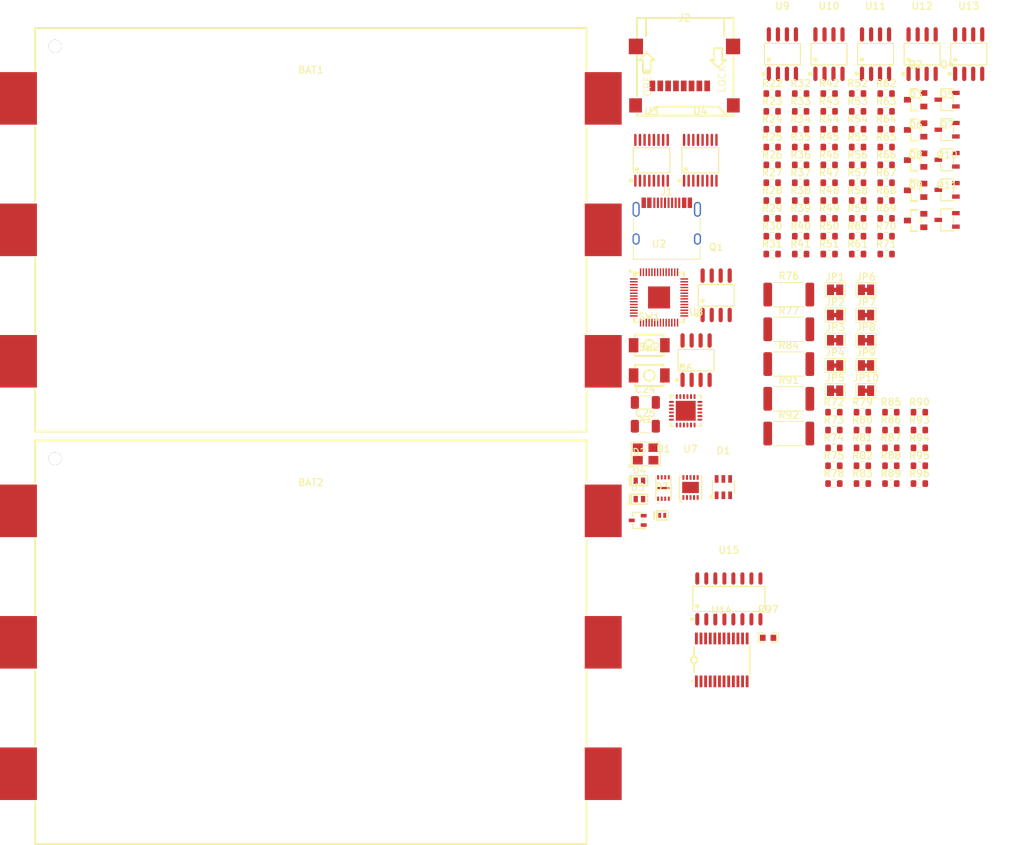
<source format=kicad_pcb>
(kicad_pcb (version 20240108) (generator "pcbnew") (generator_version "8.0")
  (layers (0 "F.Cu" signal) (31 "B.Cu" signal) (34 "B.Paste" user) (35 "F.Paste" user) (36 "B.SilkS" user "B.Silkscreen") (37 "F.SilkS" user "F.Silkscreen") (38 "B.Mask" user) (39 "F.Mask" user) (44 "Edge.Cuts" user))
  (net 0 "")
  (net 1 "CELL_01-")
  (net 2 "CELL_03+")
  (net 3 "CELL_01+")
  (net 4 "CELL_03-")
  (net 5 "CELL_02+")
  (net 6 "CELL_02-")
  (net 8 "CELL_04+")
  (net 10 "CELL_04-")
  (net 11 "CELL_05+")
  (net 12 "CELL_05-")
  (net 13 "Vsnk")
  (net 14 "GND")
  (net 15 "CHARGING_01")
  (net 16 "Net-(D1-VP)")
  (net 17 "/D+")
  (net 18 "USB_D-")
  (net 19 "USB_D+")
  (net 20 "/D-")
  (net 21 "Net-(D3-K)")
  (net 23 "/CC1")
  (net 25 "/CC2")
  (net 35 "/Batteries current sensing/sence_01+")
  (net 36 "CHARGING_02")
  (net 37 "/Batteries current sensing/sence_02+")
  (net 38 "/Batteries current sensing/sence_01-")
  (net 39 "/Batteries current sensing/sence_02-")
  (net 40 "CHARGING_03")
  (net 41 "/Batteries current sensing/sence_03+")
  (net 42 "/Batteries current sensing/sence_03-")
  (net 43 "CHARGING_04")
  (net 44 "/Batteries current sensing/sence_04+")
  (net 45 "CHARGING_05")
  (net 46 "/Batteries current sensing/sence_05+")
  (net 47 "/Batteries current sensing/sence_04-")
  (net 48 "/Batteries current sensing/sence_05-")
  (net 49 "Net-(Q1-S1)")
  (net 50 "Net-(Q1-G1)")
  (net 51 "Net-(Q2-G)")
  (net 52 "Net-(Q2-D)")
  (net 53 "Net-(Q3-G)")
  (net 54 "Net-(Q3-D)")
  (net 55 "EN_lvl_BAT_01")
  (net 56 "Net-(Q4-S)")
  (net 57 "Net-(Q5-S)")
  (net 58 "EN_lvl_BAT_02")
  (net 59 "Net-(Q6-G)")
  (net 60 "Net-(Q6-D)")
  (net 61 "Net-(Q7-S)")
  (net 62 "EN_lvl_BAT_03")
  (net 63 "Net-(Q10-D)")
  (net 64 "Net-(Q8-D)")
  (net 65 "Net-(Q9-D)")
  (net 66 "Net-(Q11-D)")
  (net 67 "Net-(Q10-S)")
  (net 68 "EN_lvl_BAT_05")
  (net 69 "EN_lvl_BAT_04")
  (net 70 "Net-(Q11-S)")
  (net 71 "Net-(R22-Pad2)")
  (net 72 "Net-(R23-Pad2)")
  (net 73 "Net-(R24-Pad2)")
  (net 74 "Net-(R25-Pad2)")
  (net 75 "Net-(R26-Pad1)")
  (net 76 "Net-(R28-Pad1)")
  (net 77 "Net-(R30-Pad2)")
  (net 78 "Net-(R31-Pad2)")
  (net 79 "Net-(R32-Pad2)")
  (net 80 "Net-(R33-Pad2)")
  (net 81 "Net-(R34-Pad1)")
  (net 82 "Net-(R35-Pad1)")
  (net 83 "Net-(R36-Pad2)")
  (net 84 "Net-(R37-Pad2)")
  (net 85 "Net-(R42-Pad2)")
  (net 86 "Net-(R43-Pad2)")
  (net 87 "Net-(R44-Pad1)")
  (net 88 "Net-(R46-Pad2)")
  (net 89 "Net-(R47-Pad2)")
  (net 90 "Net-(R48-Pad1)")
  (net 91 "Net-(R49-Pad2)")
  (net 92 "Net-(R52-Pad2)")
  (net 93 "Net-(R53-Pad2)")
  (net 94 "Net-(R54-Pad2)")
  (net 95 "Net-(R55-Pad2)")
  (net 96 "Net-(R56-Pad1)")
  (net 97 "Net-(R58-Pad2)")
  (net 98 "Net-(R59-Pad1)")
  (net 99 "Net-(R61-Pad2)")
  (net 100 "Net-(R62-Pad2)")
  (net 101 "Net-(R63-Pad2)")
  (net 102 "Net-(R64-Pad1)")
  (net 103 "Net-(R65-Pad2)")
  (net 104 "Net-(R66-Pad1)")
  (net 105 "Net-(R68-Pad2)")
  (net 106 "Net-(R72-Pad1)")
  (net 107 "Net-(R73-Pad1)")
  (net 108 "Net-(R78-Pad2)")
  (net 109 "Net-(R79-Pad2)")
  (net 110 "Current_cell_01")
  (net 111 "Current_cell_02")
  (net 112 "Net-(R82-Pad1)")
  (net 113 "Net-(R85-Pad2)")
  (net 114 "Current_cell_03")
  (net 115 "Net-(R87-Pad1)")
  (net 116 "Net-(R88-Pad1)")
  (net 117 "Net-(R93-Pad2)")
  (net 118 "Net-(R94-Pad2)")
  (net 119 "Current_cell_04")
  (net 120 "Current_cell_05")
  (net 121 "Net-(R2-Pad1)")
  (net 122 "Net-(R4-Pad1)")
  (net 123 "QSPI_SD1")
  (net 124 "QSPI_CLK")
  (net 125 "QSPI_SD2")
  (net 126 "QSPI_SD0")
  (net 127 "+3.3V")
  (net 128 "QSPI_SS")
  (net 130 "QSPI_SD3")
  (net 135 "+1V1")
  (net 146 "ALERT")
  (net 150 "/XIN")
  (net 155 "/DP+")
  (net 158 "/XOUT")
  (net 159 "SDA")
  (net 160 "RUN")
  (net 161 "SCL")
  (net 163 "/DM-")
  (net 170 "Voltage_cell_01")
  (net 172 "Voltage_cell_04")
  (net 179 "Voltage_cell_05")
  (net 180 "Voltage_cell_03")
  (net 181 "Voltage_cell_02")
  (net 190 "Net-(U6-VREG_1V2)")
  (net 193 "/DISCH")
  (net 195 "/ADDR1")
  (net 196 "/Vbus_en_SNK")
  (net 197 "PD_RESET")
  (net 199 "+2V7")
  (net 201 "/ADDR0")
  (net 202 "/Vbus_Disch")
  (net 203 "Net-(U7-THERM)")
  (net 204 "/PROG_CELL_01")
  (net 205 "/STAT2_Cell_01")
  (net 206 "/PG_Cell_01")
  (net 207 "/STAT1_Cell_01")
  (net 208 "Net-(U8-Pad1)")
  (net 215 "+5V")
  (net 219 "/Mux_CELL_01_S2")
  (net 220 "Net-(U14-A1)")
  (net 224 "/Mux_CELL_01_S1")
  (net 226 "/Mux_CELL_01_S0")
  (net 234 "Net-(U14-A2)")
  (net 236 "Net-(U15-A1)")
  (net 237 "Net-(U15-A3)")
  (net 238 "Net-(U15-A6)")
  (net 239 "Net-(U15-A4)")
  (net 240 "Net-(U15-A2)")
  (net 241 "Net-(U15-A5)")
  (net 242 "Net-(U15-A0)")
  (net 243 "Net-(U15-A7)")
  (footprint "Resistor_SMD:R_0603_1608Metric" (layer "F.Cu") (at 158.465 101.39)
    (property "Reference" "R74" (at 0 -1.43 0) (layer "F.SilkS"))
    (property "Value" "1k")
    (pad "1" smd roundrect (at -0.825 0) (size 0.8 0.95) (layers "F.Cu" "F.Paste" "F.Mask") (net 35 "/Batteries current sensing/sence_01+"))
    (pad "2" smd roundrect (at 0.825 0) (size 0.8 0.95) (layers "F.Cu" "F.Paste" "F.Mask") (net 106 "Net-(R72-Pad1)"))
  )
  (footprint "Resistor_SMD:R_0603_1608Metric" (layer "F.Cu") (at 149.775 51.52)
    (property "Reference" "R22" (at 0 -1.43 0) (layer "F.SilkS"))
    (property "Value" "100k")
    (pad "1" smd roundrect (at -0.825 0) (size 0.8 0.95) (layers "F.Cu" "F.Paste" "F.Mask") (net 14 "GND"))
    (pad "2" smd roundrect (at 0.825 0) (size 0.8 0.95) (layers "F.Cu" "F.Paste" "F.Mask") (net 71 "Net-(R22-Pad2)"))
  )
  (footprint "Resistor_SMD:R_0603_1608Metric" (layer "F.Cu") (at 170.495 101.39)
    (property "Reference" "R94" (at 0 -1.43 0) (layer "F.SilkS"))
    (property "Value" "1k")
    (pad "1" smd roundrect (at -0.825 0) (size 0.8 0.95) (layers "F.Cu" "F.Paste" "F.Mask") (net 48 "/Batteries current sensing/sence_05-"))
    (pad "2" smd roundrect (at 0.825 0) (size 0.8 0.95) (layers "F.Cu" "F.Paste" "F.Mask") (net 118 "Net-(R94-Pad2)"))
  )
  (footprint "Resistor_SMD:R_0603_1608Metric" (layer "F.Cu") (at 165.815 51.52)
    (property "Reference" "R62" (at 0 -1.43 0) (layer "F.SilkS"))
    (property "Value" "100k")
    (pad "1" smd roundrect (at -0.825 0) (size 0.8 0.95) (layers "F.Cu" "F.Paste" "F.Mask") (net 98 "Net-(R59-Pad1)"))
    (pad "2" smd roundrect (at 0.825 0) (size 0.8 0.95) (layers "F.Cu" "F.Paste" "F.Mask") (net 100 "Net-(R62-Pad2)"))
  )
  (footprint "Jumper:SolderJumper-2_P1.3mm_Bridged_Pad1.0x1.5mm" (layer "F.Cu") (at 162.985 79.14)
    (property "Reference" "JP6" (at 0 -1.8 0) (layer "F.SilkS"))
    (property "Value" "SolderJumper_2_Bridged")
    (fp_poly (pts (xy -0.25 -0.3) (xy 0.25 -0.3) (xy 0.25 0.3) (xy -0.25 0.3)) (fill solid) (layer "F.Cu"))
    (pad "1" smd rect (at -0.65 0) (size 1 1.5) (layers "F.Cu" "F.Mask") (net 42 "/Batteries current sensing/sence_03-"))
    (pad "2" smd rect (at 0.65 0) (size 1 1.5) (layers "F.Cu" "F.Mask") (net 2 "CELL_03+"))
  )
  (footprint "Resistor_SMD:R_0603_1608Metric" (layer "F.Cu") (at 166.485 103.9)
    (property "Reference" "R88" (at 0 -1.43 0) (layer "F.SilkS"))
    (property "Value" "100k")
    (pad "1" smd roundrect (at -0.825 0) (size 0.8 0.95) (layers "F.Cu" "F.Paste" "F.Mask") (net 116 "Net-(R88-Pad1)"))
    (pad "2" smd roundrect (at 0.825 0) (size 0.8 0.95) (layers "F.Cu" "F.Paste" "F.Mask") (net 14 "GND"))
  )
  (footprint "Jumper:SolderJumper-2_P1.3mm_Bridged_Pad1.0x1.5mm" (layer "F.Cu") (at 162.985 93.34)
    (property "Reference" "JP10" (at 0 -1.8 0) (layer "F.SilkS"))
    (property "Value" "SolderJumper_2_Bridged")
    (fp_poly (pts (xy -0.25 -0.3) (xy 0.25 -0.3) (xy 0.25 0.3) (xy -0.25 0.3)) (fill solid) (layer "F.Cu"))
    (pad "1" smd rect (at -0.65 0) (size 1 1.5) (layers "F.Cu" "F.Mask") (net 48 "/Batteries current sensing/sence_05-"))
    (pad "2" smd rect (at 0.65 0) (size 1 1.5) (layers "F.Cu" "F.Mask") (net 11 "CELL_05+"))
  )
  (footprint "Resistor_SMD:R_0603_1608Metric" (layer "F.Cu") (at 149.775 54.03)
    (property "Reference" "R23" (at 0 -1.43 0) (layer "F.SilkS"))
    (property "Value" "100k")
    (pad "1" smd roundrect (at -0.825 0) (size 0.8 0.95) (layers "F.Cu" "F.Paste" "F.Mask") (net 14 "GND"))
    (pad "2" smd roundrect (at 0.825 0) (size 0.8 0.95) (layers "F.Cu" "F.Paste" "F.Mask") (net 72 "Net-(R23-Pad2)"))
  )
  (footprint "Resistor_SMD:R_0603_1608Metric" (layer "F.Cu") (at 157.795 71.6)
    (property "Reference" "R50" (at 0 -1.43 0) (layer "F.SilkS"))
    (property "Value" "100k")
    (pad "1" smd roundrect (at -0.825 0) (size 0.8 0.95) (layers "F.Cu" "F.Paste" "F.Mask") (net 91 "Net-(R49-Pad2)"))
    (pad "2" smd roundrect (at 0.825 0) (size 0.8 0.95) (layers "F.Cu" "F.Paste" "F.Mask") (net 60 "Net-(Q6-D)"))
  )
  (footprint "easyeda2kicad:BAT-SMD_BH-18650-B5BA016" (layer "F.Cu") (at 84.85 70.7)
    (property "Reference" "BAT1" (at 0 -22.5 0) (layer "F.SilkS"))
    (property "Value" "BH-18650-B5BA016")
    (pad "" thru_hole circle (at -36 -25.85) (size 1.8 1.8) (drill 1.8) (layers "*.Cu" "*.Mask"))
    (pad "1" smd rect (at -41.15 -18.5) (size 5.2 7.4) (layers "F.Cu" "F.Paste" "F.Mask") (net 1 "CELL_01-"))
    (pad "2" smd rect (at 41.15 -18.5) (size 5.2 7.4) (layers "F.Cu" "F.Paste" "F.Mask") (net 3 "CELL_01+"))
    (pad "3" smd rect (at -41.15 0) (size 5.2 7.4) (layers "F.Cu" "F.Paste" "F.Mask") (net 6 "CELL_02-"))
    (pad "4" smd rect (at 41.15 0) (size 5.2 7.4) (layers "F.Cu" "F.Paste" "F.Mask") (net 5 "CELL_02+"))
    (pad "5" smd rect (at -41.15 18.5) (size 5.2 7.4) (layers "F.Cu" "F.Paste" "F.Mask") (net 4 "CELL_03-"))
    (pad "6" smd rect (at 41.15 18.5) (size 5.2 7.4) (layers "F.Cu" "F.Paste" "F.Mask") (net 2 "CELL_03+"))
  )
  (footprint "Resistor_SMD:R_0603_1608Metric" (layer "F.Cu") (at 161.805 64.07)
    (property "Reference" "R57" (at 0 -1.43 0) (layer "F.SilkS"))
    (property "Value" "100k")
    (pad "1" smd roundrect (at -0.825 0) (size 0.8 0.95) (layers "F.Cu" "F.Paste" "F.Mask") (net 63 "Net-(Q10-D)"))
    (pad "2" smd roundrect (at 0.825 0) (size 0.8 0.95) (layers "F.Cu" "F.Paste" "F.Mask") (net 11 "CELL_05+"))
  )
  (footprint "Resistor_SMD:R_0603_1608Metric" (layer "F.Cu") (at 149.775 71.6)
    (property "Reference" "R30" (at 0 -1.43 0) (layer "F.SilkS"))
    (property "Value" "100k")
    (pad "1" smd roundrect (at -0.825 0) (size 0.8 0.95) (layers "F.Cu" "F.Paste" "F.Mask") (net 75 "Net-(R26-Pad1)"))
    (pad "2" smd roundrect (at 0.825 0) (size 0.8 0.95) (layers "F.Cu" "F.Paste" "F.Mask") (net 77 "Net-(R30-Pad2)"))
  )
  (footprint "Resistor_SMD:R_0603_1608Metric" (layer "F.Cu") (at 157.795 66.58)
    (property "Reference" "R48" (at 0 -1.43 0) (layer "F.SilkS"))
    (property "Value" "100k")
    (pad "1" smd roundrect (at -0.825 0) (size 0.8 0.95) (layers "F.Cu" "F.Paste" "F.Mask") (net 90 "Net-(R48-Pad1)"))
    (pad "2" smd roundrect (at 0.825 0) (size 0.8 0.95) (layers "F.Cu" "F.Paste" "F.Mask") (net 89 "Net-(R47-Pad2)"))
  )
  (footprint "easyeda2kicad:DFN1610-2_L1.6-W1.0-P1.05-RD" (layer "F.Cu") (at 131.09 108.595)
    (property "Reference" "D4" (at 0 -4 0) (layer "F.SilkS"))
    (property "Value" "ESDA25P35")
    (pad "1" smd rect (at -0.52 0 90) (size 0.9 0.6) (layers "F.Cu" "F.Paste" "F.Mask") (net 13 "Vsnk"))
    (pad "2" smd rect (at 0.52 0 90) (size 0.9 0.6) (layers "F.Cu" "F.Paste" "F.Mask") (net 14 "GND"))
  )
  (footprint "easyeda2kicad:SOIC-8_L4.9-W3.9-P1.27-LS6.0-BL" (layer "F.Cu") (at 164.33 45.97)
    (property "Reference" "U11" (at 0 -6.77 0) (layer "F.SilkS"))
    (property "Value" "LMC6482AIMX/NOPB")
    (pad "1" smd oval (at -1.91 2.77) (size 0.59 2.05) (layers "F.Cu" "F.Paste" "F.Mask") (net 114 "Current_cell_03"))
    (pad "2" smd oval (at -0.63 2.77) (size 0.59 2.05) (layers "F.Cu" "F.Paste" "F.Mask") (net 113 "Net-(R85-Pad2)"))
    (pad "3" smd oval (at 0.63 2.77) (size 0.59 2.05) (layers "F.Cu" "F.Paste" "F.Mask") (net 112 "Net-(R82-Pad1)"))
    (pad "4" smd oval (at 1.9 2.77) (size 0.59 2.05) (layers "F.Cu" "F.Paste" "F.Mask") (net 14 "GND"))
    (pad "5" smd oval (at 1.9 -2.77) (size 0.59 2.05) (layers "F.Cu" "F.Paste" "F.Mask") (net 91 "Net-(R49-Pad2)"))
    (pad "6" smd oval (at 0.63 -2.77) (size 0.59 2.05) (layers "F.Cu" "F.Paste" "F.Mask") (net 180 "Voltage_cell_03"))
    (pad "7" smd oval (at -0.63 -2.77) (size 0.59 2.05) (layers "F.Cu" "F.Paste" "F.Mask") (net 180 "Voltage_cell_03"))
    (pad "8" smd oval (at -1.91 -2.77) (size 0.59 2.05) (layers "F.Cu" "F.Paste" "F.Mask") (net 215 "+5V"))
  )
  (footprint "easyeda2kicad:TSSOP-16_L5.0-W4.4-P0.65-LS6.4-BL" (layer "F.Cu") (at 132.8 60.91)
    (property "Reference" "U3" (at 0 -6.87 0) (layer "F.SilkS"))
    (property "Value" "ADS7830IPWR")
    (pad "1" smd oval (at -2.28 2.87) (size 0.34 1.73) (layers "F.Cu" "F.Paste" "F.Mask") (net 170 "Voltage_cell_01"))
    (pad "2" smd oval (at -1.63 2.87) (size 0.34 1.73) (layers "F.Cu" "F.Paste" "F.Mask") (net 181 "Voltage_cell_02"))
    (pad "3" smd oval (at -0.98 2.87) (size 0.34 1.73) (layers "F.Cu" "F.Paste" "F.Mask") (net 180 "Voltage_cell_03"))
    (pad "4" smd oval (at -0.32 2.87) (size 0.34 1.73) (layers "F.Cu" "F.Paste" "F.Mask") (net 172 "Voltage_cell_04"))
    (pad "5" smd oval (at 0.33 2.87) (size 0.34 1.73) (layers "F.Cu" "F.Paste" "F.Mask") (net 179 "Voltage_cell_05"))
    (pad "6" smd oval (at 0.98 2.87) (size 0.34 1.73) (layers "F.Cu" "F.Paste" "F.Mask"))
    (pad "7" smd oval (at 1.63 2.87) (size 0.34 1.73) (layers "F.Cu" "F.Paste" "F.Mask"))
    (pad "8" smd oval (at 2.28 2.87) (size 0.34 1.73) (layers "F.Cu" "F.Paste" "F.Mask"))
    (pad "9" smd oval (at 2.28 -2.87) (size 0.34 1.73) (layers "F.Cu" "F.Paste" "F.Mask"))
    (pad "10" smd oval (at 1.63 -2.87) (size 0.34 1.73) (layers "F.Cu" "F.Paste" "F.Mask"))
    (pad "11" smd oval (at 0.98 -2.87) (size 0.34 1.73) (layers "F.Cu" "F.Paste" "F.Mask"))
    (pad "12" smd oval (at 0.33 -2.87) (size 0.34 1.73) (layers "F.Cu" "F.Paste" "F.Mask"))
    (pad "13" smd oval (at -0.32 -2.87) (size 0.34 1.73) (layers "F.Cu" "F.Paste" "F.Mask"))
    (pad "14" smd oval (at -0.98 -2.87) (size 0.34 1.73) (layers "F.Cu" "F.Paste" "F.Mask") (net 161 "SCL"))
    (pad "15" smd oval (at -1.63 -2.87) (size 0.34 1.73) (layers "F.Cu" "F.Paste" "F.Mask") (net 159 "SDA"))
    (pad "16" smd oval (at -2.28 -2.87) (size 0.34 1.73) (layers "F.Cu" "F.Paste" "F.Mask") (net 127 "+3.3V"))
  )
  (footprint "Resistor_SMD:R_0603_1608Metric" (layer "F.Cu") (at 153.785 66.58)
    (property "Reference" "R38" (at 0 -1.43 0) (layer "F.SilkS"))
    (property "Value" "100k")
    (pad "1" smd roundrect (at -0.825 0) (size 0.8 0.95) (layers "F.Cu" "F.Paste" "F.Mask") (net 83 "Net-(R36-Pad2)"))
    (pad "2" smd roundrect (at 0.825 0) (size 0.8 0.95) (layers "F.Cu" "F.Paste" "F.Mask") (net 52 "Net-(Q2-D)"))
  )
  (footprint "easyeda2kicad:SOT-23-3_L2.9-W1.6-P1.90-LS2.8-BR" (layer "F.Cu") (at 174.395 52.38)
    (property "Reference" "Q4" (at 0 -4.95 0) (layer "F.SilkS"))
    (property "Value" "AO3480C")
    (pad "1" smd rect (at 1.24 0.95) (size 1.07 0.6) (layers "F.Cu" "F.Paste" "F.Mask") (net 55 "EN_lvl_BAT_01"))
    (pad "2" smd rect (at 1.24 -0.95) (size 1.07 0.6) (layers "F.Cu" "F.Paste" "F.Mask") (net 56 "Net-(Q4-S)"))
    (pad "3" smd rect (at -1.24 0) (size 1.07 0.6) (layers "F.Cu" "F.Paste" "F.Mask") (net 51 "Net-(Q2-G)"))
  )
  (footprint "Resistor_SMD:R_0603_1608Metric" (layer "F.Cu") (at 158.465 106.41)
    (property "Reference" "R78" (at 0 -1.43 0) (layer "F.SilkS"))
    (property "Value" "1k")
    (pad "1" smd roundrect (at -0.825 0) (size 0.8 0.95) (layers "F.Cu" "F.Paste" "F.Mask") (net 38 "/Batteries current sensing/sence_01-"))
    (pad "2" smd roundrect (at 0.825 0) (size 0.8 0.95) (layers "F.Cu" "F.Paste" "F.Mask") (net 108 "Net-(R78-Pad2)"))
  )
  (footprint "Resistor_SMD:R_0603_1608Metric" (layer "F.Cu") (at 162.475 98.88)
    (property "Reference" "R80" (at 0 -1.43 0) (layer "F.SilkS"))
    (property "Value" "100k")
    (pad "1" smd roundrect (at -0.825 0) (size 0.8 0.95) (layers "F.Cu" "F.Paste" "F.Mask") (net 108 "Net-(R78-Pad2)"))
    (pad "2" smd roundrect (at 0.825 0) (size 0.8 0.95) (layers "F.Cu" "F.Paste" "F.Mask") (net 110 "Current_cell_01"))
  )
  (footprint "easyeda2kicad:SOT-323-3_L2.1-W1.3-P1.32-LS2.1-BR" (layer "F.Cu") (at 130.855 111.59)
    (property "Reference" "U5" (at 0 -4.66 0) (layer "F.SilkS"))
    (property "Value" "ESDA25W")
    (pad "1" smd rect (at 0.84 0.66 90) (size 0.5 0.83) (layers "F.Cu" "F.Paste" "F.Mask") (net 23 "/CC1"))
    (pad "2" smd rect (at 0.84 -0.66 90) (size 0.5 0.83) (layers "F.Cu" "F.Paste" "F.Mask") (net 25 "/CC2"))
    (pad "3" smd rect (at -0.84 0 90) (size 0.5 0.83) (layers "F.Cu" "F.Paste" "F.Mask") (net 14 "GND"))
  )
  (footprint "easyeda2kicad:SOP-16_L10.0-W3.9-P1.27-LS6.0-BL" (layer "F.Cu") (at 143.685 122.64)
    (property "Reference" "U15" (at 0 -6.87 0) (layer "F.SilkS"))
    (property "Value" "CD74HCT4051M96")
    (pad "1" smd oval (at -4.45 2.87) (size 0.56 1.75) (layers "F.Cu" "F.Paste" "F.Mask") (net 239 "Net-(U15-A4)"))
    (pad "2" smd oval (at -3.18 2.87) (size 0.56 1.75) (layers "F.Cu" "F.Paste" "F.Mask") (net 238 "Net-(U15-A6)"))
    (pad "3" smd oval (at -1.91 2.87) (size 0.56 1.75) (layers "F.Cu" "F.Paste" "F.Mask") (net 204 "/PROG_CELL_01"))
    (pad "4" smd oval (at -0.63 2.87) (size 0.56 1.75) (layers "F.Cu" "F.Paste" "F.Mask") (net 243 "Net-(U15-A7)"))
    (pad "5" smd oval (at 0.63 2.87) (size 0.56 1.75) (layers "F.Cu" "F.Paste" "F.Mask") (net 241 "Net-(U15-A5)"))
    (pad "6" smd oval (at 1.9 2.87) (size 0.56 1.75) (layers "F.Cu" "F.Paste" "F.Mask") (net 14 "GND"))
    (pad "7" smd oval (at 3.17 2.87) (size 0.56 1.75) (layers "F.Cu" "F.Paste" "F.Mask") (net 14 "GND"))
    (pad "8" smd oval (at 4.44 2.87) (size 0.56 1.75) (layers "F.Cu" "F.Paste" "F.Mask") (net 14 "GND"))
    (pad "9" smd oval (at 4.44 -2.87) (size 0.56 1.75) (layers "F.Cu" "F.Paste" "F.Mask") (net 219 "/Mux_CELL_01_S2"))
    (pad "10" smd oval (at 3.17 -2.87) (size 0.56 1.75) (layers "F.Cu" "F.Paste" "F.Mask") (net 224 "/Mux_CELL_01_S1"))
    (pad "11" smd oval (at 1.9 -2.87) (size 0.56 1.75) (layers "F.Cu" "F.Paste" "F.Mask") (net 226 "/Mux_CELL_01_S0"))
    (pad "12" smd oval (at 0.63 -2.87) (size 0.56 1.75) (layers "F.Cu" "F.Paste" "F.Mask") (net 237 "Net-(U15-A3)"))
    (pad "13" smd oval (at -0.63 -2.87) (size 0.56 1.75) (layers "F.Cu" "F.Paste" "F.Mask") (net 242 "Net-(U15-A0)"))
    (pad "14" smd oval (at -1.91 -2.87) (size 0.56 1.75) (layers "F.Cu" "F.Paste" "F.Mask") (net 236 "Net-(U15-A1)"))
    (pad "15" smd oval (at -3.18 -2.87) (size 0.56 1.75) (layers "F.Cu" "F.Paste" "F.Mask") (net 240 "Net-(U15-A2)"))
    (pad "16" smd oval (at -4.45 -2.87) (size 0.56 1.75) (layers "F.Cu" "F.Paste" "F.Mask") (net 127 "+3.3V"))
  )
  (footprint "Resistor_SMD:R_0603_1608Metric" (layer "F.Cu") (at 157.795 56.54)
    (property "Reference" "R44" (at 0 -1.43 0) (layer "F.SilkS"))
    (property "Value" "100k")
    (pad "1" smd roundrect (at -0.825 0) (size 0.8 0.95) (layers "F.Cu" "F.Paste" "F.Mask") (net 87 "Net-(R44-Pad1)"))
    (pad "2" smd roundrect (at 0.825 0) (size 0.8 0.95) (layers "F.Cu" "F.Paste" "F.Mask") (net 86 "Net-(R43-Pad2)"))
  )
  (footprint "Resistor_SMD:R_0603_1608Metric" (layer "F.Cu") (at 149.775 61.56)
    (property "Reference" "R26" (at 0 -1.43 0) (layer "F.SilkS"))
    (property "Value" "100k")
    (pad "1" smd roundrect (at -0.825 0) (size 0.8 0.95) (layers "F.Cu" "F.Paste" "F.Mask") (net 75 "Net-(R26-Pad1)"))
    (pad "2" smd roundrect (at 0.825 0) (size 0.8 0.95) (layers "F.Cu" "F.Paste" "F.Mask") (net 73 "Net-(R24-Pad2)"))
  )
  (footprint "Resistor_SMD:R_0603_1608Metric" (layer "F.Cu") (at 157.795 51.52)
    (property "Reference" "R42" (at 0 -1.43 0) (layer "F.SilkS"))
    (property "Value" "100k")
    (pad "1" smd roundrect (at -0.825 0) (size 0.8 0.95) (layers "F.Cu" "F.Paste" "F.Mask") (net 14 "GND"))
    (pad "2" smd roundrect (at 0.825 0) (size 0.8 0.95) (layers "F.Cu" "F.Paste" "F.Mask") (net 85 "Net-(R42-Pad2)"))
  )
  (footprint "easyeda2kicad:SOT-23-3_L2.9-W1.6-P1.90-LS2.8-BR" (layer "F.Cu") (at 174.395 69.3)
    (property "Reference" "Q11" (at 0 -4.95 0) (layer "F.SilkS"))
    (property "Value" "AO3480C")
    (pad "1" smd rect (at 1.24 0.95) (size 1.07 0.6) (layers "F.Cu" "F.Paste" "F.Mask") (net 69 "EN_lvl_BAT_04"))
    (pad "2" smd rect (at 1.24 -0.95) (size 1.07 0.6) (layers "F.Cu" "F.Paste" "F.Mask") (net 70 "Net-(Q11-S)"))
    (pad "3" smd rect (at -1.24 0) (size 1.07 0.6) (layers "F.Cu" "F.Paste" "F.Mask") (net 66 "Net-(Q11-D)"))
  )
  (footprint "easyeda2kicad:SOT-23-3_L2.9-W1.6-P1.90-LS2.8-BR" (layer "F.Cu") (at 174.395 60.84)
    (property "Reference" "Q7" (at 0 -4.95 0) (layer "F.SilkS"))
    (property "Value" "AO3480C")
    (pad "1" smd rect (at 1.24 0.95) (size 1.07 0.6) (layers "F.Cu" "F.Paste" "F.Mask") (net 62 "EN_lvl_BAT_03"))
    (pad "2" smd rect (at 1.24 -0.95) (size 1.07 0.6) (layers "F.Cu" "F.Paste" "F.Mask") (net 61 "Net-(Q7-S)"))
    (pad "3" smd rect (at -1.24 0) (size 1.07 0.6) (layers "F.Cu" "F.Paste" "F.Mask") (net 59 "Net-(Q6-G)"))
  )
  (footprint "Resistor_SMD:R_0603_1608Metric" (layer "F.Cu") (at 166.485 98.88)
    (property "Reference" "R86" (at 0 -1.43 0) (layer "F.SilkS"))
    (property "Value" "100k")
    (pad "1" smd roundrect (at -0.825 0) (size 0.8 0.95) (layers "F.Cu" "F.Paste" "F.Mask") (net 113 "Net-(R85-Pad2)"))
    (pad "2" smd roundrect (at 0.825 0) (size 0.8 0.95) (layers "F.Cu" "F.Paste" "F.Mask") (net 114 "Current_cell_03"))
  )
  (footprint "Resistor_SMD:R_0603_1608Metric" (layer "F.Cu") (at 165.815 74.11)
    (property "Reference" "R71" (at 0 -1.43 0) (layer "F.SilkS"))
    (property "Value" "100k")
    (pad "1" smd roundrect (at -0.825 0) (size 0.8 0.95) (layers "F.Cu" "F.Paste" "F.Mask") (net 70 "Net-(Q11-S)"))
    (pad "2" smd roundrect (at 0.825 0) (size 0.8 0.95) (layers "F.Cu" "F.Paste" "F.Mask") (net 105 "Net-(R68-Pad2)"))
  )
  (footprint "Resistor_SMD:R_0603_1608Metric" (layer "F.Cu") (at 170.495 106.41)
    (property "Reference" "R96" (at 0 -1.43 0) (layer "F.SilkS"))
    (property "Value" "100k")
    (pad "1" smd roundrect (at -0.825 0) (size 0.8 0.95) (layers "F.Cu" "F.Paste" "F.Mask") (net 118 "Net-(R94-Pad2)"))
    (pad "2" smd roundrect (at 0.825 0) (size 0.8 0.95) (layers "F.Cu" "F.Paste" "F.Mask") (net 120 "Current_cell_05"))
  )
  (footprint "easyeda2kicad:SOT-23_L2.9-W1.3-P1.90-LS2.4-BR" (layer "F.Cu") (at 169.97 52.39)
    (property "Reference" "Q2" (at 0 -4.95 0) (layer "F.SilkS"))
    (property "Value" "AO3401A")
    (pad "1" smd rect (at 1.15 0.95 180) (size 1 0.8) (layers "F.Cu" "F.Paste" "F.Mask") (net 51 "Net-(Q2-G)"))
    (pad "2" smd rect (at 1.15 -0.95 180) (size 1 0.8) (layers "F.Cu" "F.Paste" "F.Mask") (net 3 "CELL_01+"))
    (pad "3" smd rect (at -1.15 0 180) (size 1 0.8) (layers "F.Cu" "F.Paste" "F.Mask") (net 52 "Net-(Q2-D)"))
  )
  (footprint "Resistor_SMD:R_0603_1608Metric" (layer "F.Cu") (at 170.495 103.9)
    (property "Reference" "R95" (at 0 -1.43 0) (layer "F.SilkS"))
    (property "Value" "100k")
    (pad "1" smd roundrect (at -0.825 0) (size 0.8 0.95) (layers "F.Cu" "F.Paste" "F.Mask") (net 117 "Net-(R93-Pad2)"))
    (pad "2" smd roundrect (at 0.825 0) (size 0.8 0.95) (layers "F.Cu" "F.Paste" "F.Mask") (net 119 "Current_cell_04"))
  )
  (footprint "Resistor_SMD:R_0603_1608Metric" (layer "F.Cu") (at 153.785 74.11)
    (property "Reference" "R41" (at 0 -1.43 0) (layer "F.SilkS"))
    (property "Value" "100k")
    (pad "1" smd roundrect (at -0.825 0) (size 0.8 0.95) (layers "F.Cu" "F.Paste" "F.Mask") (net 57 "Net-(Q5-S)"))
    (pad "2" smd roundrect (at 0.825 0) (size 0.8 0.95) (layers "F.Cu" "F.Paste" "F.Mask") (net 84 "Net-(R37-Pad2)"))
  )
  (footprint "Capacitor_SMD:C_1206_3216Metric" (layer "F.Cu") (at 131.925 98.34)
    (property "Reference" "C25" (at 0 -1.85 0) (layer "F.SilkS"))
    (property "Value" "1uF")
    (pad "1" smd roundrect (at -1.475 0) (size 1.15 1.8) (layers "F.Cu" "F.Paste" "F.Mask") (roundrect_rratio 0.217391) (net 15 "CHARGING_01"))
    (pad "2" smd roundrect (at 1.475 0) (size 1.15 1.8) (layers "F.Cu" "F.Paste" "F.Mask") (roundrect_rratio 0.217391) (net 14 "GND"))
  )
  (footprint "Resistor_SMD:R_0603_1608Metric" (layer "F.Cu") (at 161.805 66.58)
    (property "Reference" "R58" (at 0 -1.43 0) (layer "F.SilkS"))
    (property "Value" "100k")
    (pad "1" smd roundrect (at -0.825 0) (size 0.8 0.95) (layers "F.Cu" "F.Paste" "F.Mask") (net 96 "Net-(R56-Pad1)"))
    (pad "2" smd roundrect (at 0.825 0) (size 0.8 0.95) (layers "F.Cu" "F.Paste" "F.Mask") (net 97 "Net-(R58-Pad2)"))
  )
  (footprint "easyeda2kicad:SOT-23_L2.9-W1.3-P1.90-LS2.4-BR" (layer "F.Cu") (at 169.97 69.39)
    (property "Reference" "Q9" (at 0 -4.95 0) (layer "F.SilkS"))
    (property "Value" "AO3401A")
    (pad "1" smd rect (at 1.15 0.95 180) (size 1 0.8) (layers "F.Cu" "F.Paste" "F.Mask") (net 66 "Net-(Q11-D)"))
    (pad "2" smd rect (at 1.15 -0.95 180) (size 1 0.8) (layers "F.Cu" "F.Paste" "F.Mask") (net 8 "CELL_04+"))
    (pad "3" smd rect (at -1.15 0 180) (size 1 0.8) (layers "F.Cu" "F.Paste" "F.Mask") (net 65 "Net-(Q9-D)"))
  )
  (footprint "easyeda2kicad:SOT-23-6_L2.9-W1.6-P0.95-LS2.8-BL" (layer "F.Cu") (at 142.91 106.91)
    (property "Reference" "D1" (at 0 -5.15 0) (layer "F.SilkS"))
    (property "Value" "USBLC6-2SC6")
    (pad "1" smd rect (at -0.95 1.15) (size 0.53 1.07) (layers "F.Cu" "F.Paste" "F.Mask") (net 20 "/D-"))
    (pad "2" smd rect (at 0 1.15) (size 0.53 1.07) (layers "F.Cu" "F.Paste" "F.Mask") (net 14 "GND"))
    (pad "3" smd rect (at 0.95 1.15) (size 0.53 1.07) (layers "F.Cu" "F.Paste" "F.Mask") (net 17 "/D+"))
    (pad "4" smd rect (at 0.95 -1.15) (size 0.53 1.07) (layers "F.Cu" "F.Paste" "F.Mask") (net 19 "USB_D+"))
    (pad "5" smd rect (at 0 -1.15) (size 0.53 1.07) (layers "F.Cu" "F.Paste" "F.Mask") (net 16 "Net-(D1-VP)"))
    (pad "6" smd rect (at -0.95 -1.15) (size 0.53 1.07) (layers "F.Cu" "F.Paste" "F.Mask") (net 18 "USB_D-"))
  )
  (footprint "Resistor_SMD:R_0603_1608Metric" (layer "F.Cu") (at 161.805 56.54)
    (property "Reference" "R54" (at 0 -1.43 0) (layer "F.SilkS"))
    (property "Value" "100k")
    (pad "1" smd roundrect (at -0.825 0) (size 0.8 0.95) (layers "F.Cu" "F.Paste" "F.Mask") (net 14 "GND"))
    (pad "2" smd roundrect (at 0.825 0) (size 0.8 0.95) (layers "F.Cu" "F.Paste" "F.Mask") (net 94 "Net-(R54-Pad2)"))
  )
  (footprint "easyeda2kicad:QFN-24_L4.0-W4.0-P0.50-BL-EP2.8" (layer "F.Cu") (at 137.6 96.165)
    (property "Reference" "U6" (at 0 -6 0) (layer "F.SilkS"))
    (property "Value" "STUSB4500QTR")
    (pad "1" smd oval (at -1.25 2 180) (size 0.28 0.7) (layers "F.Cu" "F.Paste" "F.Mask") (net 23 "/CC1"))
    (pad "2" smd oval (at -0.75 2 180) (size 0.28 0.7) (layers "F.Cu" "F.Paste" "F.Mask") (net 23 "/CC1"))
    (pad "3" smd oval (at -0.25 2 180) (size 0.28 0.7) (layers "F.Cu" "F.Paste" "F.Mask") (net 14 "GND"))
    (pad "4" smd oval (at 0.25 2 180) (size 0.28 0.7) (layers "F.Cu" "F.Paste" "F.Mask") (net 25 "/CC2"))
    (pad "5" smd oval (at 0.75 2 180) (size 0.28 0.7) (layers "F.Cu" "F.Paste" "F.Mask") (net 25 "/CC2"))
    (pad "6" smd oval (at 1.25 2 180) (size 0.28 0.7) (layers "F.Cu" "F.Paste" "F.Mask") (net 197 "PD_RESET"))
    (pad "7" smd oval (at 2 1.25 90) (size 0.28 0.7) (layers "F.Cu" "F.Paste" "F.Mask") (net 161 "SCL"))
    (pad "8" smd oval (at 2 0.75 90) (size 0.28 0.7) (layers "F.Cu" "F.Paste" "F.Mask") (net 159 "SDA"))
    (pad "9" smd oval (at 2 0.25 90) (size 0.28 0.7) (layers "F.Cu" "F.Paste" "F.Mask") (net 193 "/DISCH"))
    (pad "10" smd oval (at 2 -0.25 90) (size 0.28 0.7) (layers "F.Cu" "F.Paste" "F.Mask") (net 14 "GND"))
    (pad "11" smd oval (at 2 -0.75 90) (size 0.28 0.7) (layers "F.Cu" "F.Paste" "F.Mask"))
    (pad "12" smd oval (at 2 -1.25 90) (size 0.28 0.7) (layers "F.Cu" "F.Paste" "F.Mask") (net 201 "/ADDR0"))
    (pad "13" smd oval (at 1.25 -2 180) (size 0.28 0.7) (layers "F.Cu" "F.Paste" "F.Mask") (net 195 "/ADDR1"))
    (pad "14" smd oval (at 0.75 -2 180) (size 0.28 0.7) (layers "F.Cu" "F.Paste" "F.Mask"))
    (pad "15" smd oval (at 0.25 -2 180) (size 0.28 0.7) (layers "F.Cu" "F.Paste" "F.Mask"))
    (pad "16" smd oval (at -0.25 -2 180) (size 0.28 0.7) (layers "F.Cu" "F.Paste" "F.Mask") (net 196 "/Vbus_en_SNK"))
    (pad "17" smd oval (at -0.75 -2 180) (size 0.28 0.7) (layers "F.Cu" "F.Paste" "F.Mask"))
    (pad "18" smd oval (at -1.25 -2 180) (size 0.28 0.7) (layers "F.Cu" "F.Paste" "F.Mask") (net 202 "/Vbus_Disch"))
    (pad "19" smd oval (at -2 -1.25 90) (size 0.28 0.7) (layers "F.Cu" "F.Paste" "F.Mask") (net 146 "ALERT"))
    (pad "20" smd oval (at -2 -0.75 90) (size 0.28 0.7) (layers "F.Cu" "F.Paste" "F.Mask"))
    (pad "21" smd oval (at -2 -0.25 90) (size 0.28 0.7) (layers "F.Cu" "F.Paste" "F.Mask") (net 190 "Net-(U6-VREG_1V2)"))
    (pad "22" smd oval (at -2 0.25 90) (size 0.28 0.7) (layers "F.Cu" "F.Paste" "F.Mask") (net 14 "GND"))
    (pad "23" smd oval (at -2 0.75 90) (size 0.28 0.7) (layers "F.Cu" "F.Paste" "F.Mask") (net 199 "+2V7"))
    (pad "24" smd oval (at -2 1.25 90) (size 0.28 0.7) (layers "F.Cu" "F.Paste" "F.Mask") (net 49 "Net-(Q1-S1)"))
    (pad "25" smd rect (at 0.01 0 90) (size 2.8 2.8) (layers "F.Cu" "F.Paste" "F.Mask") (net 14 "GND"))
  )
  (footprint "easyeda2kicad:SW-SMD_L4.0-W3.0-LS5.0" (layer "F.Cu") (at 132.475 86.94)
    (property "Reference" "SW1" (at 0 -4 0) (layer "F.SilkS"))
    (property "Value" "Boot")
    (pad "1" smd rect (at -2.2 0) (size 1.35 2) (layers "F.Cu" "F.Paste" "F.Mask") (net 14 "GND"))
    (pad "2" smd rect (at 2.2 0) (size 1.35 2) (layers "F.Cu" "F.Paste" "F.Mask") (net 121 "Net-(R2-Pad1)"))
  )
  (footprint "Resistor_SMD:R_0603_1608Metric" (layer "F.Cu") (at 161.805 71.6)
    (property "Reference" "R60" (at 0 -1.43 0) (layer "F.SilkS"))
    (property "Value" "100k")
    (pad "1" smd roundrect (at -0.825 0) (size 0.8 0.95) (layers "F.Cu" "F.Paste" "F.Mask") (net 66 "Net-(Q11-D)"))
    (pad "2" smd roundrect (at 0.825 0) (size 0.8 0.95) (layers "F.Cu" "F.Paste" "F.Mask") (net 8 "CELL_04+"))
  )
  (footprint "Resistor_SMD:R_0603_1608Metric" (layer "F.Cu") (at 157.795 61.56)
    (property "Reference" "R46" (at 0 -1.43 0) (layer "F.SilkS"))
    (property "Value" "100k")
    (pad "1" smd roundrect (at -0.825 0) (size 0.8 0.95) (layers "F.Cu" "F.Paste" "F.Mask") (net 87 "Net-(R44-Pad1)"))
    (pad "2" smd roundrect (at 0.825 0) (size 0.8 0.95) (layers "F.Cu" "F.Paste" "F.Mask") (net 88 "Net-(R46-Pad2)"))
  )
  (footprint "Resistor_SMD:R_0603_1608Metric" (layer "F.Cu") (at 158.465 103.9)
    (property "Reference" "R75" (at 0 -1.43 0) (layer "F.SilkS"))
    (property "Value" "1k")
    (pad "1" smd roundrect (at -0.825 0) (size 0.8 0.95) (layers "F.Cu" "F.Paste" "F.Mask") (net 37 "/Batteries current sensing/sence_02+"))
    (pad "2" smd roundrect (at 0.825 0) (size 0.8 0.95) (layers "F.Cu" "F.Paste" "F.Mask") (net 107 "Net-(R73-Pad1)"))
  )
  (footprint "Resistor_SMD:R_0603_1608Metric" (layer "F.Cu") (at 153.785 61.56)
    (property "Reference" "R36" (at 0 -1.43 0) (layer "F.SilkS"))
    (property "Value" "100k")
    (pad "1" smd roundrect (at -0.825 0) (size 0.8 0.95) (layers "F.Cu" "F.Paste" "F.Mask") (net 81 "Net-(R34-Pad1)"))
    (pad "2" smd roundrect (at 0.825 0) (size 0.8 0.95) (layers "F.Cu" "F.Paste" "F.Mask") (net 83 "Net-(R36-Pad2)"))
  )
  (footprint "Resistor_SMD:R_0603_1608Metric" (layer "F.Cu") (at 165.815 61.56)
    (property "Reference" "R66" (at 0 -1.43 0) (layer "F.SilkS"))
    (property "Value" "100k")
    (pad "1" smd roundrect (at -0.825 0) (size 0.8 0.95) (layers "F.Cu" "F.Paste" "F.Mask") (net 104 "Net-(R66-Pad1)"))
    (pad "2" smd roundrect (at 0.825 0) (size 0.8 0.95) (layers "F.Cu" "F.Paste" "F.Mask") (net 101 "Net-(R63-Pad2)"))
  )
  (footprint "Resistor_SMD:R_0603_1608Metric" (layer "F.Cu") (at 165.815 71.6)
    (property "Reference" "R70" (at 0 -1.43 0) (layer "F.SilkS"))
    (property "Value" "100k")
    (pad "1" smd roundrect (at -0.825 0) (size 0.8 0.95) (layers "F.Cu" "F.Paste" "F.Mask") (net 67 "Net-(Q10-S)"))
    (pad "2" smd roundrect (at 0.825 0) (size 0.8 0.95) (layers "F.Cu" "F.Paste" "F.Mask") (net 103 "Net-(R65-Pad2)"))
  )
  (footprint "Resistor_SMD:R_0603_1608Metric" (layer "F.Cu") (at 153.785 64.07)
    (property "Reference" "R37" (at 0 -1.43 0) (layer "F.SilkS"))
    (property "Value" "100k")
    (pad "1" smd roundrect (at -0.825 0) (size 0.8 0.95) (layers "F.Cu" "F.Paste" "F.Mask") (net 82 "Net-(R35-Pad1)"))
    (pad "2" smd roundrect (at 0.825 0) (size 0.8 0.95) (layers "F.Cu" "F.Paste" "F.Mask") (net 84 "Net-(R37-Pad2)"))
  )
  (footprint "easyeda2kicad:SOT-23_L2.9-W1.3-P1.90-LS2.4-BR" (layer "F.Cu") (at 169.97 56.64)
    (property "Reference" "Q3" (at 0 -4.95 0) (layer "F.SilkS"))
    (property "Value" "AO3401A")
    (pad "1" smd rect (at 1.15 0.95 180) (size 1 0.8) (layers "F.Cu" "F.Paste" "F.Mask") (net 53 "Net-(Q3-G)"))
    (pad "2" smd rect (at 1.15 -0.95 180) (size 1 0.8) (layers "F.Cu" "F.Paste" "F.Mask") (net 5 "CELL_02+"))
    (pad "3" smd rect (at -1.15 0 180) (size 1 0.8) (layers "F.Cu" "F.Paste" "F.Mask") (net 54 "Net-(Q3-D)"))
  )
  (footprint "easyeda2kicad:SOT-23_L2.9-W1.3-P1.90-LS2.4-BR" (layer "F.Cu") (at 169.97 65.14)
    (property "Reference" "Q8" (at 0 -4.95 0) (layer "F.SilkS"))
    (property "Value" "AO3401A")
    (pad "1" smd rect (at 1.15 0.95 180) (size 1 0.8) (layers "F.Cu" "F.Paste" "F.Mask") (net 63 "Net-(Q10-D)"))
    (pad "2" smd rect (at 1.15 -0.95 180) (size 1 0.8) (layers "F.Cu" "F.Paste" "F.Mask") (net 11 "CELL_05+"))
    (pad "3" smd rect (at -1.15 0 180) (size 1 0.8) (layers "F.Cu" "F.Paste" "F.Mask") (net 64 "Net-(Q8-D)"))
  )
  (footprint "easyeda2kicad:R0603" (layer "F.Cu") (at 149.2 128.12)
    (property "Reference" "R97" (at 0 -4 0) (layer "F.SilkS"))
    (property "Value" "NCP18XH103F03RB")
    (pad "1" smd rect (at -0.75 0) (size 0.81 0.86) (layers "F.Cu" "F.Paste" "F.Mask") (net 14 "GND"))
    (pad "2" smd rect (at 0.75 0) (size 0.81 0.86) (layers "F.Cu" "F.Paste" "F.Mask") (net 203 "Net-(U7-THERM)"))
  )
  (footprint "easyeda2kicad:SOT-23-3_L2.9-W1.6-P1.90-LS2.8-BR" (layer "F.Cu") (at 174.395 65.07)
    (property "Reference" "Q10" (at 0 -4.95 0) (layer "F.SilkS"))
    (property "Value" "AO3480C")
    (pad "1" smd rect (at 1.24 0.95) (size 1.07 0.6) (layers "F.Cu" "F.Paste" "F.Mask") (net 68 "EN_lvl_BAT_05"))
    (pad "2" smd rect (at 1.24 -0.95) (size 1.07 0.6) (layers "F.Cu" "F.Paste" "F.Mask") (net 67 "Net-(Q10-S)"))
    (pad "3" smd rect (at -1.24 0) (size 1.07 0.6) (layers "F.Cu" "F.Paste" "F.Mask") (net 63 "Net-(Q10-D)"))
  )
  (footprint "Resistor_SMD:R_0603_1608Metric" (layer "F.Cu") (at 161.805 59.05)
    (property "Reference" "R55" (at 0 -1.43 0) (layer "F.SilkS"))
    (property "Value" "100k")
    (pad "1" smd roundrect (at -0.825 0) (size 0.8 0.95) (layers "F.Cu" "F.Paste" "F.Mask") (net 94 "Net-(R54-Pad2)"))
    (pad "2" smd roundrect (at 0.825 0) (size 0.8 0.95) (layers "F.Cu" "F.Paste" "F.Mask") (net 95 "Net-(R55-Pad2)"))
  )
  (footprint "Resistor_SMD:R_0603_1608Metric" (layer "F.Cu") (at 149.775 64.07)
    (property "Reference" "R27" (at 0 -1.43 0) (layer "F.SilkS"))
    (property "Value" "100k")
    (pad "1" smd roundrect (at -0.825 0) (size 0.8 0.95) (layers "F.Cu" "F.Paste" "F.Mask") (net 51 "Net-(Q2-G)"))
    (pad "2" smd roundrect (at 0.825 0) (size 0.8 0.95) (layers "F.Cu" "F.Paste" "F.Mask") (net 3 "CELL_01+"))
  )
  (footprint "Resistor_SMD:R_0603_1608Metric" (layer "F.Cu") (at 170.495 98.88)
    (property "Reference" "R93" (at 0 -1.43 0) (layer "F.SilkS"))
    (property "Value" "1k")
    (pad "1" smd roundrect (at -0.825 0) (size 0.8 0.95) (layers "F.Cu" "F.Paste" "F.Mask") (net 47 "/Batteries current sensing/sence_04-"))
    (pad "2" smd roundrect (at 0.825 0) (size 0.8 0.95) (layers "F.Cu" "F.Paste" "F.Mask") (net 117 "Net-(R93-Pad2)"))
  )
  (footprint "Resistor_SMD:R_0603_1608Metric" (layer "F.Cu") (at 153.785 59.05)
    (property "Reference" "R35" (at 0 -1.43 0) (layer "F.SilkS"))
    (property "Value" "100k")
    (pad "1" smd roundrect (at -0.825 0) (size 0.8 0.95) (layers "F.Cu" "F.Paste" "F.Mask") (net 82 "Net-(R35-Pad1)"))
    (pad "2" smd roundrect (at 0.825 0) (size 0.8 0.95) (layers "F.Cu" "F.Paste" "F.Mask") (net 80 "Net-(R33-Pad2)"))
  )
  (footprint "Resistor_SMD:R_0603_1608Metric" (layer "F.Cu") (at 149.775 66.58)
    (property "Reference" "R28" (at 0 -1.43 0) (layer "F.SilkS"))
    (property "Value" "100k")
    (pad "1" smd roundrect (at -0.825 0) (size 0.8 0.95) (layers "F.Cu" "F.Paste" "F.Mask") (net 76 "Net-(R28-Pad1)"))
    (pad "2" smd roundrect (at 0.825 0) (size 0.8 0.95) (layers "F.Cu" "F.Paste" "F.Mask") (net 74 "Net-(R25-Pad2)"))
  )
  (footprint "easyeda2kicad:USON-8_L3.0-W2.0-P0.50-BL-EP" (layer "F.Cu") (at 134.475 107.035)
    (property "Reference" "U1" (at 0 -5.51 0) (layer "F.SilkS"))
    (property "Value" "W25Q16JVUXIQ")
    (pad "1" smd rect (at -0.75 1.51 270) (size 0.6 0.28) (layers "F.Cu" "F.Paste" "F.Mask") (net 128 "QSPI_SS"))
    (pad "2" smd rect (at -0.25 1.51 270) (size 0.6 0.28) (layers "F.Cu" "F.Paste" "F.Mask") (net 123 "QSPI_SD1"))
    (pad "3" smd rect (at 0.25 1.51 270) (size 0.6 0.28) (layers "F.Cu" "F.Paste" "F.Mask") (net 125 "QSPI_SD2"))
    (pad "4" smd rect (at 0.75 1.51 270) (size 0.6 0.28) (layers "F.Cu" "F.Paste" "F.Mask") (net 14 "GND"))
    (pad "5" smd rect (at 0.75 -1.51 270) (size 0.6 0.28) (layers "F.Cu" "F.Paste" "F.Mask") (net 126 "QSPI_SD0"))
    (pad "6" smd rect (at 0.25 -1.51 270) (size 0.6 0.28) (layers "F.Cu" "F.Paste" "F.Mask") (net 124 "QSPI_CLK"))
    (pad "7" smd rect (at -0.25 -1.51 270) (size 0.6 0.28) (layers "F.Cu" "F.Paste" "F.Mask") (net 130 "QSPI_SD3"))
    (pad "8" smd rect (at -0.75 -1.51 270) (size 0.6 0.28) (layers "F.Cu" "F.Paste" "F.Mask") (net 127 "+3.3V"))
    (pad "9" smd rect (at 0 0 90) (size 0.3 1.7) (layers "F.Cu" "F.Paste" "F.Mask"))
  )
  (footprint "Resistor_SMD:R_0603_1608Metric" (layer "F.Cu") (at 161.805 69.09)
    (property "Reference" "R59" (at 0 -1.43 0) (layer "F.SilkS"))
    (property "Value" "100k")
    (pad "1" smd roundrect (at -0.825 0) (size 0.8 0.95) (layers "F.Cu" "F.Paste" "F.Mask") (net 98 "Net-(R59-Pad1)"))
    (pad "2" smd roundrect (at 0.825 0) (size 0.8 0.95) (layers "F.Cu" "F.Paste" "F.Mask") (net 95 "Net-(R55-Pad2)"))
  )
  (footprint "Resistor_SMD:R_0603_1608Metric" (layer "F.Cu") (at 149.775 59.05)
    (property "Reference" "R25" (at 0 -1.43 0) (layer "F.SilkS"))
    (property "Value" "100k")
    (pad "1" smd roundrect (at -0.825 0) (size 0.8 0.95) (layers "F.Cu" "F.Paste" "F.Mask") (net 72 "Net-(R23-Pad2)"))
    (pad "2" smd roundrect (at 0.825 0) (size 0.8 0.95) (layers "F.Cu" "F.Paste" "F.Mask") (net 74 "Net-(R25-Pad2)"))
  )
  (footprint "Resistor_SMD:R_0603_1608Metric" (layer "F.Cu") (at 153.785 51.52)
    (property "Reference" "R32" (at 0 -1.43 0) (layer "F.SilkS"))
    (property "Value" "100k")
    (pad "1" smd roundrect (at -0.825 0) (size 0.8 0.95) (layers "F.Cu" "F.Paste" "F.Mask") (net 77 "Net-(R30-Pad2)"))
    (pad "2" smd roundrect (at 0.825 0) (size 0.8 0.95) (layers "F.Cu" "F.Paste" "F.Mask") (net 79 "Net-(R32-Pad2)"))
  )
  (footprint "Resistor_SMD:R_0603_1608Metric" (layer "F.Cu") (at 166.485 106.41)
    (property "Reference" "R89" (at 0 -1.43 0) (layer "F.SilkS"))
    (property "Value" "1k")
    (pad "1" smd roundrect (at -0.825 0) (size 0.8 0.95) (layers "F.Cu" "F.Paste" "F.Mask") (net 44 "/Batteries current sensing/sence_04+"))
    (pad "2" smd roundrect (at 0.825 0) (size 0.8 0.95) (layers "F.Cu" "F.Paste" "F.Mask") (net 115 "Net-(R87-Pad1)"))
  )
  (footprint "Resistor_SMD:R_0603_1608Metric" (layer "F.Cu") (at 165.815 56.54)
    (property "Reference" "R64" (at 0 -1.43 0) (layer "F.SilkS"))
    (property "Value" "100k")
    (pad "1" smd roundrect (at -0.825 0) (size 0.8 0.95) (layers "F.Cu" "F.Paste" "F.Mask") (net 102 "Net-(R64-Pad1)"))
    (pad "2" smd roundrect (at 0.825 0) (size 0.8 0.95) (layers "F.Cu" "F.Paste" "F.Mask") (net 99 "Net-(R61-Pad2)"))
  )
  (footprint "easyeda2kicad:DFN-10_L3.0-W3.0-P0.50-BL-EP-1" (layer "F.Cu") (at 138.285 106.96)
    (property "Reference" "U7" (at 0 -5.41 0) (layer "F.SilkS"))
    (property "Value" "MCP73833-AMI/MF")
    (pad "1" smd rect (at -1 1.41) (size 0.29 0.65) (layers "F.Cu" "F.Paste" "F.Mask") (net 13 "Vsnk"))
    (pad "2" smd rect (at -0.5 1.41) (size 0.29 0.65) (layers "F.Cu" "F.Paste" "F.Mask") (net 13 "Vsnk"))
    (pad "3" smd rect (at 0 1.41) (size 0.29 0.65) (layers "F.Cu" "F.Paste" "F.Mask") (net 207 "/STAT1_Cell_01"))
    (pad "4" smd rect (at 0.5 1.41) (size 0.29 0.65) (layers "F.Cu" "F.Paste" "F.Mask") (net 205 "/STAT2_Cell_01"))
    (pad "5" smd rect (at 1 1.41) (size 0.29 0.65) (layers "F.Cu" "F.Paste" "F.Mask") (net 14 "GND"))
    (pad "6" smd rect (at 1 -1.41) (size 0.29 0.65) (layers "F.Cu" "F.Paste" "F.Mask") (net 204 "/PROG_CELL_01"))
    (pad "7" smd rect (at 0.5 -1.41) (size 0.29 0.65) (layers "F.Cu" "F.Paste" "F.Mask") (net 206 "/PG_Cell_01"))
    (pad "8" smd rect (at 0 -1.41) (size 0.29 0.65) (layers "F.Cu" "F.Paste" "F.Mask") (net 203 "Net-(U7-THERM)"))
    (pad "9" smd rect (at -0.5 -1.41) (size 0.29 0.65) (layers "F.Cu" "F.Paste" "F.Mask") (net 15 "CHARGING_01"))
    (pad "10" smd rect (at -1 -1.41) (size 0.29 0.65) (layers "F.Cu" "F.Paste" "F.Mask") (net 15 "CHARGING_01"))
    (pad "11" smd rect (at 0 0) (size 2.35 1.58) (layers "F.Cu" "F.Paste" "F.Mask") (net 14 "GND"))
  )
  (footprint "Connector_USB:USB_C_Receptacle_HRO_TYPE-C-31-M-12" (layer "F.Cu") (at 134.945 70.94)
    (property "Reference" "J1" (at 0 -5.645 0) (layer "F.SilkS"))
    (property "Value" "Korean Hroparts Elec TYPE-C-31-M-12")
    (pad "" np_thru_hole circle (at -2.89 -2.6) (size 0.65 0.65) (drill 0.65) (layers "*.Cu" "*.Mask"))
    (pad "" np_thru_hole circle (at 2.89 -2.6) (size 0.65 0.65) (drill 0.65) (layers "*.Cu" "*.Mask"))
    (pad "A1" smd rect (at -3.25 -4.045) (size 0.6 1.45) (layers "F.Cu" "F.Paste" "F.Mask") (net 14 "GND"))
    (pad "A4" smd rect (at -2.45 -4.045) (size 0.6 1.45) (layers "F.Cu" "F.Paste" "F.Mask") (net 16 "Net-(D1-VP)"))
    (pad "A5" smd rect (at -1.25 -4.045) (size 0.3 1.45) (layers "F.Cu" "F.Paste" "F.Mask") (net 23 "/CC1"))
    (pad "A6" smd rect (at -0.25 -4.045) (size 0.3 1.45) (layers "F.Cu" "F.Paste" "F.Mask") (net 17 "/D+"))
    (pad "A7" smd rect (at 0.25 -4.045) (size 0.3 1.45) (layers "F.Cu" "F.Paste" "F.Mask") (net 20 "/D-"))
    (pad "A8" smd rect (at 1.25 -4.045) (size 0.3 1.45) (layers "F.Cu" "F.Paste" "F.Mask"))
    (pad "A9" smd rect (at 2.45 -4.045) (size 0.6 1.45) (layers "F.Cu" "F.Paste" "F.Mask") (net 16 "Net-(D1-VP)"))
    (pad "A12" smd rect (at 3.25 -4.045) (size 0.6 1.45) (layers "F.Cu" "F.Paste" "F.Mask") (net 14 "GND"))
    (pad "B1" smd rect (at 3.25 -4.045) (size 0.6 1.45) (layers "F.Cu" "F.Paste" "F.Mask") (net 14 "GND"))
    (pad "B4" smd rect (at 2.45 -4.045) (size 0.6 1.45) (layers "F.Cu" "F.Paste" "F.Mask") (net 16 "Net-(D1-VP)"))
    (pad "B5" smd rect (at 1.75 -4.045) (size 0.3 1.45) (layers "F.Cu" "F.Paste" "F.Mask") (net 25 "/CC2"))
    (pad "B6" smd rect (at 0.75 -4.045) (size 0.3 1.45) (layers "F.Cu" "F.Paste" "F.Mask") (net 17 "/D+"))
    (pad "B7" smd rect (at -0.75 -4.045) (size 0.3 1.45) (layers "F.Cu" "F.Paste" "F.Mask") (net 20 "/D-"))
    (pad "B8" smd rect (at -1.75 -4.045) (size 0.3 1.45) (layers "F.Cu" "F.Paste" "F.Mask"))
    (pad "B9" smd rect (at -2.45 -4.045) (size 0.6 1.45) (layers "F.Cu" "F.Paste" "F.Mask") (net 16 "Net-(D1-VP)"))
    (pad "B12" smd rect (at -3.25 -4.045) (size 0.6 1.45) (layers "F.Cu" "F.Paste" "F.Mask") (net 14 "GND"))
    (pad "S1" thru_hole oval (at -4.32 -3.13) (size 1 2.1) (drill oval 0.6 1.7) (layers "*.Cu" "*.Mask") (net 14 "GND"))
    (pad "S1" thru_hole oval (at -4.32 1.05) (size 1 1.6) (drill oval 0.6 1.2) (layers "*.Cu" "*.Mask") (net 14 "GND"))
    (pad "S1" thru_hole oval (at 4.32 -3.13) (size 1 2.1) (drill oval 0.6 1.7) (layers "*.Cu" "*.Mask") (net 14 "GND"))
    (pad "S1" thru_hole oval (at 4.32 1.05) (size 1 1.6) (drill oval 0.6 1.2) (layers "*.Cu" "*.Mask") (net 14 "GND"))
  )
  (footprint "easyeda2kicad:DFN1610-2_L1.6-W1.0-P1.05-RD" (layer "F.Cu") (at 131.09 106.015)
    (property "Reference" "D2" (at 0 -4 0) (layer "F.SilkS"))
    (property "Value" "ESDA25P35")
    (pad "1" smd rect (at -0.52 0 90) (size 0.9 0.6) (layers "F.Cu" "F.Paste" "F.Mask") (net 16 "Net-(D1-VP)"))
    (pad "2" smd rect (at 0.52 0 90) (size 0.9 0.6) (layers "F.Cu" "F.Paste" "F.Mask") (net 14 "GND"))
  )
  (footprint "Resistor_SMD:R_0603_1608Metric" (layer "F.Cu") (at 149.775 74.11)
    (property "Reference" "R31" (at 0 -1.43 0) (layer "F.SilkS"))
    (property "Value" "100k")
    (pad "1" smd roundrect (at -0.825 0) (size 0.8 0.95) (layers "F.Cu" "F.Paste" "F.Mask") (net 76 "Net-(R28-Pad1)"))
    (pad "2" smd roundrect (at 0.825 0) (size 0.8 0.95) (layers "F.Cu" "F.Paste" "F.Mask") (net 78 "Net-(R31-Pad2)"))
  )
  (footprint "Resistor_SMD:R_0603_1608Metric" (layer "F.Cu") (at 153.785 54.03)
    (property "Reference" "R33" (at 0 -1.43 0) (layer "F.SilkS"))
    (property "Value" "100k")
    (pad "1" smd roundrect (at -0.825 0) (size 0.8 0.95) (layers "F.Cu" "F.Paste" "F.Mask") (net 78 "Net-(R31-Pad2)"))
    (pad "2" smd roundrect (at 0.825 0) (size 0.8 0.95) (layers "F.Cu" "F.Paste" "F.Mask") (net 80 "Net-(R33-Pad2)"))
  )
  (footprint "Jumper:SolderJumper-2_P1.3mm_Bridged_Pad1.0x1.5mm" (layer "F.Cu") (at 158.635 82.69)
    (property "Reference" "JP2" (at 0 -1.8 0) (layer "F.SilkS"))
    (property "Value" "SolderJumper_2_Bridged")
    (fp_poly (pts (xy -0.25 -0.3) (xy 0.25 -0.3) (xy 0.25 0.3) (xy -0.25 0.3)) (fill solid) (layer "F.Cu"))
    (pad "1" smd rect (at -0.65 0) (size 1 1.5) (layers "F.Cu" "F.Mask") (net 37 "/Batteries current sensing/sence_02+"))
    (pad "2" smd rect (at 0.65 0) (size 1 1.5) (layers "F.Cu" "F.Mask") (net 36 "CHARGING_02"))
  )
  (footprint "Resistor_SMD:R_0603_1608Metric" (layer "F.Cu") (at 153.785 56.54)
    (property "Reference" "R34" (at 0 -1.43 0) (layer "F.SilkS"))
    (property "Value" "100k")
    (pad "1" smd roundrect (at -0.825 0) (size 0.8 0.95) (layers "F.Cu" "F.Paste" "F.Mask") (net 81 "Net-(R34-Pad1)"))
    (pad "2" smd roundrect (at 0.825 0) (size 0.8 0.95) (layers "F.Cu" "F.Paste" "F.Mask") (net 79 "Net-(R32-Pad2)"))
  )
  (footprint "Resistor_SMD:R_0603_1608Metric" (layer "F.Cu") (at 153.785 69.09)
    (property "Reference" "R39" (at 0 -1.43 0) (layer "F.SilkS"))
    (property "Value" "100k")
    (pad "1" smd roundrect (at -0.825 0) (size 0.8 0.95) (layers "F.Cu" "F.Paste" "F.Mask") (net 84 "Net-(R37-Pad2)"))
    (pad "2" smd roundrect (at 0.825 0) (size 0.8 0.95) (layers "F.Cu" "F.Paste" "F.Mask") (net 54 "Net-(Q3-D)"))
  )
  (footprint "Resistor_SMD:R_0603_1608Metric" (layer "F.Cu") (at 161.805 54.03)
    (property "Reference" "R53" (at 0 -1.43 0) (layer "F.SilkS"))
    (property "Value" "100k")
    (pad "1" smd roundrect (at -0.825 0) (size 0.8 0.95) (layers "F.Cu" "F.Paste" "F.Mask") (net 92 "Net-(R52-Pad2)"))
    (pad "2" smd roundrect (at 0.825 0) (size 0.8 0.95) (layers "F.Cu" "F.Paste" "F.Mask") (net 93 "Net-(R53-Pad2)"))
  )
  (footprint "Resistor_SMD:R_0603_1608Metric" (layer "F.Cu") (at 161.805 61.56)
    (property "Reference" "R56" (at 0 -1.43 0) (layer "F.SilkS"))
    (property "Value" "100k")
    (pad "1" smd roundrect (at -0.825 0) (size 0.8 0.95) (layers "F.Cu" "F.Paste" "F.Mask") (net 96 "Net-(R56-Pad1)"))
    (pad "2" smd roundrect (at 0.825 0) (size 0.8 0.95) (layers "F.Cu" "F.Paste" "F.Mask") (net 93 "Net-(R53-Pad2)"))
  )
  (footprint "Resistor_SMD:R_0603_1608Metric" (layer "F.Cu") (at 158.465 96.37)
    (property "Reference" "R72" (at 0 -1.43 0) (layer "F.SilkS"))
    (property "Value" "100k")
    (pad "1" smd roundrect (at -0.825 0) (size 0.8 0.95) (layers "F.Cu" "F.Paste" "F.Mask") (net 106 "Net-(R72-Pad1)"))
    (pad "2" smd roundrect (at 0.825 0) (size 0.8 0.95) (layers "F.Cu" "F.Paste" "F.Mask") (net 14 "GND"))
  )
  (footprint "easyeda2kicad:SOIC-8_L4.9-W3.9-P1.27-LS6.0-BL" (layer "F.Cu") (at 170.885 45.97)
    (property "Reference" "U12" (at 0 -6.77 0) (layer "F.SilkS"))
    (property "Value" "LMC6482AIMX/NOPB")
    (pad "1" smd oval (at -1.91 2.77) (size 0.59 2.05) (layers "F.Cu" "F.Paste" "F.Mask") (net 119 "Current_cell_04"))
    (pad "2" smd oval (at -0.63 2.77) (size 0.59 2.05) (layers "F.Cu" "F.Paste" "F.Mask") (net 117 "Net-(R93-Pad2)"))
    (pad "3" smd oval (at 0.63 2.77) (size 0.59 2.05) (layers "F.Cu" "F.Paste" "F.Mask") (net 115 "Net-(R87-Pad1)"))
    (pad "4" smd oval (at 1.9 2.77) (size 0.59 2.05) (layers "F.Cu" "F.Paste" "F.Mask") (net 14 "GND"))
    (pad "5" smd oval (at 1.9 -2.77) (size 0.59 2.05) (layers "F.Cu" "F.Paste" "F.Mask") (net 103 "Net-(R65-Pad2)"))
    (pad "6" smd oval (at 0.63 -2.77) (size 0.59 2.05) (layers "F.Cu" "F.Paste" "F.Mask") (net 179 "Voltage_cell_05"))
    (pad "7" smd oval (at -0.63 -2.77) (size 0.59 2.05) (layers "F.Cu" "F.Paste" "F.Mask") (net 179 "Voltage_cell_05"))
    (pad "8" smd oval (at -1.91 -2.77) (size 0.59 2.05) (layers "F.Cu" "F.Paste" "F.Mask") (net 215 "+5V"))
  )
  (footprint "Resistor_SMD:R_0603_1608Metric" (layer "F.Cu") (at 157.795 54.03)
    (property "Reference" "R43" (at 0 -1.43 0) (layer "F.SilkS"))
    (property "Value" "100k")
    (pad "1" smd roundrect (at -0.825 0) (size 0.8 0.95) (layers "F.Cu" "F.Paste" "F.Mask") (net 85 "Net-(R42-Pad2)"))
    (pad "2" smd roundrect (at 0.825 0) (size 0.8 0.95) (layers "F.Cu" "F.Paste" "F.Mask") (net 86 "Net-(R43-Pad2)"))
  )
  (footprint "easyeda2kicad:TSSOP-24_L7.8-W4.4-P0.65-LS6.4-BL" (layer "F.Cu") (at 142.68 131.23)
    (property "Reference" "U14" (at 0 -7.02 0) (layer "F.SilkS"))
    (property "Value" "TCA9535PWR_C130204")
    (pad "1" smd rect (at -3.57 3.02) (size 0.4 1.65) (layers "F.Cu" "F.Paste" "F.Mask"))
    (pad "2" smd rect (at -2.92 3.02) (size 0.4 1.65) (layers "F.Cu" "F.Paste" "F.Mask") (net 220 "Net-(U14-A1)"))
    (pad "3" smd rect (at -2.27 3.02) (size 0.4 1.65) (layers "F.Cu" "F.Paste" "F.Mask") (net 234 "Net-(U14-A2)"))
    (pad "4" smd rect (at -1.62 3.02) (size 0.4 1.65) (layers "F.Cu" "F.Paste" "F.Mask") (net 206 "/PG_Cell_01"))
    (pad "5" smd rect (at -0.97 3.02) (size 0.4 1.65) (layers "F.Cu" "F.Paste" "F.Mask") (net 205 "/STAT2_Cell_01"))
    (pad "6" smd rect (at -0.32 3.02) (size 0.4 1.65) (layers "F.Cu" "F.Paste" "F.Mask") (net 207 "/STAT1_Cell_01"))
    (pad "7" smd rect (at 0.32 3.02) (size 0.4 1.65) (layers "F.Cu" "F.Paste" "F.Mask") (net 219 "/Mux_CELL_01_S2"))
    (pad "8" smd rect (at 0.98 3.02) (size 0.4 1.65) (layers "F.Cu" "F.Paste" "F.Mask") (net 224 "/Mux_CELL_01_S1"))
    (pad "9" smd rect (at 1.63 3.02) (size 0.4 1.65) (layers "F.Cu" "F.Paste" "F.Mask") (net 226 "/Mux_CELL_01_S0"))
    (pad "10" smd rect (at 2.28 3.02) (size 0.4 1.65) (layers "F.Cu" "F.Paste" "F.Mask"))
    (pad "11" smd rect (at 2.93 3.02) (size 0.4 1.65) (layers "F.Cu" "F.Paste" "F.Mask"))
    (pad "12" smd rect (at 3.57 3.02) (size 0.4 1.65) (layers "F.Cu" "F.Paste" "F.Mask") (net 14 "GND"))
    (pad "13" smd rect (at 3.57 -3.02) (size 0.4 1.65) (layers "F.Cu" "F.Paste" "F.Mask"))
    (pad "14" smd rect (at 2.93 -3.02) (size 0.4 1.65) (layers "F.Cu" "F.Paste" "F.Mask"))
    (pad "15" smd rect (at 2.28 -3.02) (size 0.4 1.65) (layers "F.Cu" "F.Paste" "F.Mask"))
    (pad "16" smd rect (at 1.63 -3.02) (size 0.4 1.65) (layers "F.Cu" "F.Paste" "F.Mask"))
    (pad "17" smd rect (at 0.98 -3.02) (size 0.4 1.65) (layers "F.Cu" "F.Paste" "F.Mask"))
    (pad "18" smd rect (at 0.32 -3.02) (size 0.4 1.65) (layers "F.Cu" "F.Paste" "F.Mask"))
    (pad "19" smd rect (at -0.32 -3.02) (size 0.4 1.65) (layers "F.Cu" "F.Paste" "F.Mask"))
    (pad "20" smd rect (at -0.97 -3.02) (size 0.4 1.65) (layers "F.Cu" "F.Paste" "F.Mask"))
    (pad "21" smd rect (at -1.62 -3.02) (size 0.4 1.65) (layers "F.Cu" "F.Paste" "F.Mask"))
    (pad "22" smd rect (at -2.27 -3.02) (size 0.4 1.65) (layers "F.Cu" "F.Paste" "F.Mask"))
    (pad "23" smd rect (at -2.92 -3.02) (size 0.4 1.65) (layers "F.Cu" "F.Paste" "F.Mask"))
    (pad "24" smd rect (at -3.57 -3.02) (size 0.4 1.65) (layers "F.Cu" "F.Paste" "F.Mask"))
  )
  (footprint "Jumper:SolderJumper-2_P1.3mm_Bridged_Pad1.0x1.5mm" (layer "F.Cu") (at 162.985 82.69)
    (property "Reference" "JP7" (at 0 -1.8 0) (layer "F.SilkS"))
    (property "Value" "SolderJumper_2_Bridged")
    (fp_poly (pts (xy -0.25 -0.3) (xy 0.25 -0.3) (xy 0.25 0.3) (xy -0.25 0.3)) (fill solid) (layer "F.Cu"))
    (pad "1" smd rect (at -0.65 0) (size 1 1.5) (layers "F.Cu" "F.Mask") (net 44 "/Batteries current sensing/sence_04+"))
    (pad "2" smd rect (at 0.65 0) (size 1 1.5) (layers "F.Cu" "F.Mask") (net 43 "CHARGING_04"))
  )
  (footprint "Resistor_SMD:R_0603_1608Metric" (layer "F.Cu") (at 149.775 69.09)
    (property "Reference" "R29" (at 0 -1.43 0) (layer "F.SilkS"))
    (property "Value" "100k")
    (pad "1" smd roundrect (at -0.825 0) (size 0.8 0.95) (layers "F.Cu" "F.Paste" "F.Mask") (net 53 "Net-(Q3-G)"))
    (pad "2" smd roundrect (at 0.825 0) (size 0.8 0.95) (layers "F.Cu" "F.Paste" "F.Mask") (net 5 "CELL_02+"))
  )
  (footprint "easyeda2kicad:TF-SMD_TF-04A" (layer "F.Cu") (at 137.43 49.035)
    (property "Reference" "J2" (at 0 -8.15 0) (layer "F.SilkS"))
    (property "Value" "Micro_SD_Card")
    (fp_text user "OPEN" (at -5.2 2.98 90) (layer "F.SilkS") (effects (font (thickness 0.1)) (justify left)))
    (fp_text user "LOCK" (at 5.3 2.41 90) (layer "F.SilkS") (effects (font (thickness 0.1)) (justify left)))
    (pad "1" smd rect (at 3.2 1.41 90) (size 1.5 0.8) (layers "F.Cu" "F.Paste" "F.Mask"))
    (pad "2" smd rect (at 2.1 1.41 90) (size 1.5 0.8) (layers "F.Cu" "F.Paste" "F.Mask"))
    (pad "3" smd rect (at 1 1.41 90) (size 1.5 0.8) (layers "F.Cu" "F.Paste" "F.Mask"))
    (pad "4" smd rect (at -0.1 1.41 90) (size 1.5 0.8) (layers "F.Cu" "F.Paste" "F.Mask"))
    (pad "5" smd rect (at -1.2 1.41 90) (size 1.5 0.8) (layers "F.Cu" "F.Paste" "F.Mask"))
    (pad "6" smd rect (at -2.3 1.41 90) (size 1.5 0.8) (layers "F.Cu" "F.Paste" "F.Mask"))
    (pad "7" smd rect (at -3.4 1.4 90) (size 1.5 0.8) (layers "F.Cu" "F.Paste" "F.Mask"))
    (pad "8" smd rect (at -4.51 1.41 90) (size 1.5 0.8) (layers "F.Cu" "F.Paste" "F.Mask"))
    (pad "9" smd rect (at 6.84 -4.15) (size 2 2.2) (layers "F.Cu" "F.Paste" "F.Mask"))
    (pad "10" smd rect (at -6.83 -4.15) (size 2 2.2) (layers "F.Cu" "F.Paste" "F.Mask"))
    (pad "11" smd rect (at -6.88 4.15) (size 1.8 2) (layers "F.Cu" "F.Paste" "F.Mask"))
    (pad "12" smd rect (at 6.88 4.15) (size 1.8 2) (layers "F.Cu" "F.Paste" "F.Mask"))
  )
  (footprint "easyeda2kicad:SOIC-8_L4.9-W3.9-P1.27-LS6.0-BL" (layer "F.Cu") (at 139.075 89.04)
    (property "Reference" "U8" (at 0 -6.77 0) (layer "F.SilkS"))
    (property "Value" "LMV358IDR")
    (pad "1" smd oval (at -1.91 2.77) (size 0.59 2.05) (layers "F.Cu" "F.Paste" "F.Mask") (net 208 "Net-(U8-Pad1)"))
    (pad "2" smd oval (at -0.63 2.77) (size 0.59 2.05) (layers "F.Cu" "F.Paste" "F.Mask"))
    (pad "3" smd oval (at 0.63 2.77) (size 0.59 2.05) (layers "F.Cu" "F.Paste" "F.Mask"))
    (pad "4" smd oval (at 1.9 2.77) (size 0.59 2.05) (layers "F.Cu" "F.Paste" "F.Mask"))
    (pad "5" smd oval (at 1.9 -2.77) (size 0.59 2.05) (layers "F.Cu" "F.Paste" "F.Mask"))
    (pad "6" smd oval (at 0.63 -2.77) (size 0.59 2.05) (layers "F.Cu" "F.Paste" "F.Mask") (net 208 "Net-(U8-Pad1)"))
    (pad "7" smd oval (at -0.63 -2.77) (size 0.59 2.05) (layers "F.Cu" "F.Paste" "F.Mask"))
    (pad "8" smd oval (at -1.91 -2.77) (size 0.59 2.05) (layers "F.Cu" "F.Paste" "F.Mask"))
  )
  (footprint "easyeda2kicad:BAT-SMD_BH-18650-B5BA016" (layer "F.Cu") (at 84.85 128.75)
    (property "Reference" "BAT2" (at 0 -22.5 0) (layer "F.SilkS"))
    (property "Value" "BH-18650-B5BA016")
    (pad "" thru_hole circle (at -36 -25.85) (size 1.8 1.8) (drill 1.8) (layers "*.Cu" "*.Mask"))
    (pad "1" smd rect (at -41.15 -18.5) (size 5.2 7.4) (layers "F.Cu" "F.Paste" "F.Mask") (net 10 "CELL_04-"))
    (pad "2" smd rect (at 41.15 -18.5) (size 5.2 7.4) (layers "F.Cu" "F.Paste" "F.Mask") (net 8 "CELL_04+"))
    (pad "3" smd rect (at -41.15 0) (size 5.2 7.4) (layers "F.Cu" "F.Paste" "F.Mask") (net 12 "CELL_05-"))
    (pad "4" smd rect (at 41.15 0) (size 5.2 7.4) (layers "F.Cu" "F.Paste" "F.Mask") (net 11 "CELL_05+"))
    (pad "5" smd rect (at -41.15 18.5) (size 5.2 7.4) (layers "F.Cu" "F.Paste" "F.Mask"))
    (pad "6" smd rect (at 41.15 18.5) (size 5.2 7.4) (layers "F.Cu" "F.Paste" "F.Mask"))
  )
  (footprint "Resistor_SMD:R_0603_1608Metric" (layer "F.Cu") (at 162.475 96.37)
    (property "Reference" "R79" (at 0 -1.43 0) (layer "F.SilkS"))
    (property "Value" "1k")
    (pad "1" smd roundrect (at -0.825 0) (size 0.8 0.95) (layers "F.Cu" "F.Paste" "F.Mask") (net 39 "/Batteries current sensing/sence_02-"))
    (pad "2" smd roundrect (at 0.825 0) (size 0.8 0.95) (layers "F.Cu" "F.Paste" "F.Mask") (net 109 "Net-(R79-Pad2)"))
  )
  (footprint "Resistor_SMD:R_2512_6332Metric" (layer "F.Cu") (at 152.115 79.81)
    (property "Reference" "R76" (at 0 -2.62 0) (layer "F.SilkS"))
    (property "Value" "33m")
    (pad "1" smd roundrect (at -2.9625 0) (size 1.225 3.35) (layers "F.Cu" "F.Paste" "F.Mask") (roundrect_rratio 0.204082) (net 35 "/Batteries current sensing/sence_01+"))
    (pad "2" smd roundrect (at 2.9625 0) (size 1.225 3.35) (layers "F.Cu" "F.Paste" "F.Mask") (roundrect_rratio 0.204082) (net 38 "/Batteries current sensing/sence_01-"))
  )
  (footprint "Resistor_SMD:R_0603_1608Metric" (layer "F.Cu") (at 157.795 74.11)
    (property "Reference" "R51" (at 0 -1.43 0) (layer "F.SilkS"))
    (property "Value" "100k")
    (pad "1" smd roundrect (at -0.825 0) (size 0.8 0.95) (layers "F.Cu" "F.Paste" "F.Mask") (net 61 "Net-(Q7-S)"))
    (pad "2" smd roundrect (at 0.825 0) (size 0.8 0.95) (layers "F.Cu" "F.Paste" "F.Mask") (net 91 "Net-(R49-Pad2)"))
  )
  (footprint "easyeda2kicad:LQFN-56_L7.0-W7.0-P0.4-EP" (layer "F.Cu") (at 133.855 80.215)
    (property "Reference" "U2" (at 0 -7.55 0) (layer "F.SilkS"))
    (property "Value" "RP2040")
    (pad "1" smd rect (at -3.55 -2.6) (size 1.1 0.2) (layers "F.Cu" "F.Paste" "F.Mask") (net 127 "+3.3V"))
    (pad "2" smd rect (at -3.55 -2.2) (size 1.1 0.2) (layers "F.Cu" "F.Paste" "F.Mask"))
    (pad "3" smd rect (at -3.55 -1.8) (size 1.1 0.2) (layers "F.Cu" "F.Paste" "F.Mask"))
    (pad "4" smd rect (at -3.55 -1.4) (size 1.1 0.2) (layers "F.Cu" "F.Paste" "F.Mask"))
    (pad "5" smd rect (at -3.55 -1) (size 1.1 0.2) (layers "F.Cu" "F.Paste" "F.Mask"))
    (pad "6" smd rect (at -3.55 -0.6) (size 1.1 0.2) (layers "F.Cu" "F.Paste" "F.Mask") (net 159 "SDA"))
    (pad "7" smd rect (at -3.55 -0.2) (size 1.1 0.2) (layers "F.Cu" "F.Paste" "F.Mask") (net 161 "SCL"))
    (pad "8" smd rect (at -3.55 0.2) (size 1.1 0.2) (layers "F.Cu" "F.Paste" "F.Mask") (net 146 "ALERT"))
    (pad "9" smd rect (at -3.55 0.6) (size 1.1 0.2) (layers "F.Cu" "F.Paste" "F.Mask"))
    (pad "10" smd rect (at -3.55 1) (size 1.1 0.2) (layers "F.Cu" "F.Paste" "F.Mask") (net 127 "+3.3V"))
    (pad "11" smd rect (at -3.55 1.4) (size 1.1 0.2) (layers "F.Cu" "F.Paste" "F.Mask"))
    (pad "12" smd rect (at -3.55 1.8) (size 1.1 0.2) (layers "F.Cu" "F.Paste" "F.Mask"))
    (pad "13" smd rect (at -3.55 2.2) (size 1.1 0.2) (layers "F.Cu" "F.Paste" "F.Mask"))
    (pad "14" smd rect (at -3.55 2.6) (size 1.1 0.2) (layers "F.Cu" "F.Paste" "F.Mask"))
    (pad "15" smd rect (at -2.6 3.55 90) (size 1.1 0.2) (layers "F.Cu" "F.Paste" "F.Mask"))
    (pad "16" smd rect (at -2.2 3.55 90) (size 1.1 0.2) (layers "F.Cu" "F.Paste" "F.Mask"))
    (pad "17" smd rect (at -1.8 3.55 90) (size 1.1 0.2) (layers "F.Cu" "F.Paste" "F.Mask"))
    (pad "18" smd rect (at -1.4 3.55 90) (size 1.1 0.2) (layers "F.Cu" "F.Paste" "F.Mask"))
    (pad "19" smd rect (at -1 3.55 90) (size 1.1 0.2) (layers "F.Cu" "F.Paste" "F.Mask") (net 14 "GND"))
    (pad "20" smd rect (at -0.6 3.55 90) (size 1.1 0.2) (layers "F.Cu" "F.Paste" "F.Mask") (net 150 "/XIN"))
    (pad "21" smd rect (at -0.2 3.55 90) (size 1.1 0.2) (layers "F.Cu" "F.Paste" "F.Mask") (net 158 "/XOUT"))
    (pad "22" smd rect (at 0.2 3.55 90) (size 1.1 0.2) (layers "F.Cu" "F.Paste" "F.Mask") (net 127 "+3.3V"))
    (pad "23" smd rect (at 0.6 3.55 90) (size 1.1 0.2) (layers "F.Cu" "F.Paste" "F.Mask") (net 135 "+1V1"))
    (pad "24" smd rect (at 1 3.55 90) (size 1.1 0.2) (layers "F.Cu" "F.Paste" "F.Mask"))
    (pad "25" smd rect (at 1.4 3.55 90) (size 1.1 0.2) (layers "F.Cu" "F.Paste" "F.Mask"))
    (pad "26" smd rect (at 1.8 3.55 90) (size 1.1 0.2) (layers "F.Cu" "F.Paste" "F.Mask") (net 160 "RUN"))
    (pad "27" smd rect (at 2.2 3.55 90) (size 1.1 0.2) (layers "F.Cu" "F.Paste" "F.Mask"))
    (pad "28" smd rect (at 2.6 3.55 90) (size 1.1 0.2) (layers "F.Cu" "F.Paste" "F.Mask"))
    (pad "29" smd rect (at 3.55 2.6 180) (size 1.1 0.2) (layers "F.Cu" "F.Paste" "F.Mask"))
    (pad "30" smd rect (at 3.55 2.2 180) (size 1.1 0.2) (layers "F.Cu" "F.Paste" "F.Mask"))
    (pad "31" smd rect (at 3.55 1.8 180) (size 1.1 0.2) (layers "F.Cu" "F.Paste" "F.Mask"))
    (pad "32" smd rect (at 3.55 1.4 180) (size 1.1 0.2) (layers "F.Cu" "F.Paste" "F.Mask"))
    (pad "33" smd rect (at 3.55 1 180) (size 1.1 0.2) (layers "F.Cu" "F.Paste" "F.Mask") (net 127 "+3.3V"))
    (pad "34" smd rect (at 3.55 0.6 180) (size 1.1 0.2) (layers "F.Cu" "F.Paste" "F.Mask"))
    (pad "35" smd rect (at 3.55 0.2 180) (size 1.1 0.2) (layers "F.Cu" "F.Paste" "F.Mask"))
    (pad "36" smd rect (at 3.55 -0.2 180) (size 1.1 0.2) (layers "F.Cu" "F.Paste" "F.Mask"))
    (pad "37" smd rect (at 3.55 -0.6 180) (size 1.1 0.2) (layers "F.Cu" "F.Paste" "F.Mask"))
    (pad "38" smd rect (at 3.55 -1 180) (size 1.1 0.2) (layers "F.Cu" "F.Paste" "F.Mask"))
    (pad "39" smd rect (at 3.55 -1.4 180) (size 1.1 0.2) (layers "F.Cu" "F.Paste" "F.Mask"))
    (pad "40" smd rect (at 3.55 -1.8 180) (size 1.1 0.2) (layers "F.Cu" "F.Paste" "F.Mask"))
    (pad "41" smd rect (at 3.55 -2.2 180) (size 1.1 0.2) (layers "F.Cu" "F.Paste" "F.Mask"))
    (pad "42" smd rect (at 3.55 -2.6 180) (size 1.1 0.2) (layers "F.Cu" "F.Paste" "F.Mask") (net 127 "+3.3V"))
    (pad "43" smd rect (at 2.6 -3.55 270) (size 1.1 0.2) (layers "F.Cu" "F.Paste" "F.Mask") (net 127 "+3.3V"))
    (pad "44" smd rect (at 2.2 -3.55 270) (size 1.1 0.2) (layers "F.Cu" "F.Paste" "F.Mask") (net 127 "+3.3V"))
    (pad "45" smd rect (at 1.8 -3.55 270) (size 1.1 0.2) (layers "F.Cu" "F.Paste" "F.Mask") (net 135 "+1V1"))
    (pad "46" smd rect (at 1.4 -3.55 270) (size 1.1 0.2) (layers "F.Cu" "F.Paste" "F.Mask") (net 163 "/DM-"))
    (pad "47" smd rect (at 1 -3.55 270) (size 1.1 0.2) (layers "F.Cu" "F.Paste" "F.Mask") (net 155 "/DP+"))
    (pad "48" smd rect (at 0.6 -3.55 270) (size 1.1 0.2) (layers "F.Cu" "F.Paste" "F.Mask") (net 127 "+3.3V"))
    (pad "49" smd rect (at 0.2 -3.55 270) (size 1.1 0.2) (layers "F.Cu" "F.Paste" "F.Mask") (net 127 "+3.3V"))
    (pad "50" smd rect (at -0.2 -3.55 270) (size 1.1 0.2) (layers "F.Cu" "F.Paste" "F.Mask") (net 135 "+1V1"))
    (pad "51" smd rect (at -0.6 -3.55 270) (size 1.1 0.2) (layers "F.Cu" "F.Paste" "F.Mask") (net 130 "QSPI_SD3"))
    (pad "52" smd rect (at -1 -3.55 270) (size 1.1 0.2) (layers "F.Cu" "F.Paste" "F.Mask") (net 124 "QSPI_CLK"))
    (pad "53" smd rect (at -1.4 -3.55 270) (size 1.1 0.2) (layers "F.Cu" "F.Paste" "F.Mask") (net 126 "QSPI_SD0"))
    (pad "54" smd rect (at -1.8 -3.55 270) (size 1.1 0.2) (layers "F.Cu" "F.Paste" "F.Mask") (net 125 "QSPI_SD2"))
    (pad "55" smd rect (at -2.2 -3.55 270) (size 1.1 0.2) (layers "F.Cu" "F.Paste" "F.Mask") (net 123 "QSPI_SD1"))
    (pad "56" smd rect (at -2.6 -3.55 270) (size 1.1 0.2) (layers "F.Cu" "F.Paste" "F.Mask") (net 128 "QSPI_SS"))
    (pad "57" smd rect (at 0 0) (size 3.1 3.1) (layers "F.Cu" "F.Paste" "F.Mask") (net 14 "GND"))
  )
  (footprint "easyeda2kicad:SOT-23-3_L2.9-W1.6-P1.90-LS2.8-BR" (layer "F.Cu") (at 174.395 56.61)
    (property "Reference" "Q5" (at 0 -4.95 0) (layer "F.SilkS"))
    (property "Value" "AO3480C")
    (pad "1" smd rect (at 1.24 0.95) (size 1.07 0.6) (layers "F.Cu" "F.Paste" "F.Mask") (net 58 "EN_lvl_BAT_02"))
    (pad "2" smd rect (at 1.24 -0.95) (size 1.07 0.6) (layers "F.Cu" "F.Paste" "F.Mask") (net 57 "Net-(Q5-S)"))
    (pad "3" smd rect (at -1.24 0) (size 1.07 0.6) (layers "F.Cu" "F.Paste" "F.Mask") (net 53 "Net-(Q3-G)"))
  )
  (footprint "Resistor_SMD:R_0603_1608Metric" (layer "F.Cu") (at 165.815 64.07)
    (property "Reference" "R67" (at 0 -1.43 0) (layer "F.SilkS"))
    (property "Value" "100k")
    (pad "1" smd roundrect (at -0.825 0) (size 0.8 0.95) (layers "F.Cu" "F.Paste" "F.Mask") (net 103 "Net-(R65-Pad2)"))
    (pad "2" smd roundrect (at 0.825 0) (size 0.8 0.95) (layers "F.Cu" "F.Paste" "F.Mask") (net 64 "Net-(Q8-D)"))
  )
  (footprint "Jumper:SolderJumper-2_P1.3mm_Bridged_Pad1.0x1.5mm" (layer "F.Cu") (at 158.635 93.34)
    (property "Reference" "JP5" (at 0 -1.8 0) (layer "F.SilkS"))
    (property "Value" "SolderJumper_2_Bridged")
    (fp_poly (pts (xy -0.25 -0.3) (xy 0.25 -0.3) (xy 0.25 0.3) (xy -0.25 0.3)) (fill solid) (layer "F.Cu"))
    (pad "1" smd rect (at -0.65 0) (size 1 1.5) (layers "F.Cu" "F.Mask") (net 41 "/Batteries current sensing/sence_03+"))
    (pad "2" smd rect (at 0.65 0) (size 1 1.5) (layers "F.Cu" "F.Mask") (net 40 "CHARGING_03"))
  )
  (footprint "Resistor_SMD:R_0603_1608Metric" (layer "F.Cu") (at 165.815 54.03)
    (property "Reference" "R63" (at 0 -1.43 0) (layer "F.SilkS"))
    (property "Value" "100k")
    (pad "1" smd roundrect (at -0.825 0) (size 0.8 0.95) (layers "F.Cu" "F.Paste" "F.Mask") (net 100 "Net-(R62-Pad2)"))
    (pad "2" smd roundrect (at 0.825 0) (size 0.8 0.95) (layers "F.Cu" "F.Paste" "F.Mask") (net 101 "Net-(R63-Pad2)"))
  )
  (footprint "Resistor_SMD:R_0603_1608Metric" (layer "F.Cu") (at 166.485 96.37)
    (property "Reference" "R85" (at 0 -1.43 0) (layer "F.SilkS"))
    (property "Value" "1k")
    (pad "1" smd roundrect (at -0.825 0) (size 0.8 0.95) (layers "F.Cu" "F.Paste" "F.Mask") (net 42 "/Batteries current sensing/sence_03-"))
    (pad "2" smd roundrect (at 0.825 0) (size 0.8 0.95) (layers "F.Cu" "F.Paste" "F.Mask") (net 113 "Net-(R85-Pad2)"))
  )
  (footprint "Resistor_SMD:R_0603_1608Metric" (layer "F.Cu") (at 162.475 103.9)
    (property "Reference" "R82" (at 0 -1.43 0) (layer "F.SilkS"))
    (property "Value" "100k")
    (pad "1" smd roundrect (at -0.825 0) (size 0.8 0.95) (layers "F.Cu" "F.Paste" "F.Mask") (net 112 "Net-(R82-Pad1)"))
    (pad "2" smd roundrect (at 0.825 0) (size 0.8 0.95) (layers "F.Cu" "F.Paste" "F.Mask") (net 14 "GND"))
  )
  (footprint "Resistor_SMD:R_0603_1608Metric" (layer "F.Cu") (at 158.465 98.88)
    (property "Reference" "R73" (at 0 -1.43 0) (layer "F.SilkS"))
    (property "Value" "100k")
    (pad "1" smd roundrect (at -0.825 0) (size 0.8 0.95) (layers "F.Cu" "F.Paste" "F.Mask") (net 107 "Net-(R73-Pad1)"))
    (pad "2" smd roundrect (at 0.825 0) (size 0.8 0.95) (layers "F.Cu" "F.Paste" "F.Mask") (net 14 "GND"))
  )
  (footprint "Resistor_SMD:R_0603_1608Metric" (layer "F.Cu") (at 157.795 69.09)
    (property "Reference" "R49" (at 0 -1.43 0) (layer "F.SilkS"))
    (property "Value" "100k")
    (pad "1" smd roundrect (at -0.825 0) (size 0.8 0.95) (layers "F.Cu" "F.Paste" "F.Mask") (net 90 "Net-(R48-Pad1)"))
    (pad "2" smd roundrect (at 0.825 0) (size 0.8 0.95) (layers "F.Cu" "F.Paste" "F.Mask") (net 91 "Net-(R49-Pad2)"))
  )
  (footprint "Jumper:SolderJumper-2_P1.3mm_Bridged_Pad1.0x1.5mm" (layer "F.Cu") (at 158.635 89.79)
    (property "Reference" "JP4" (at 0 -1.8 0) (layer "F.SilkS"))
    (property "Value" "SolderJumper_2_Bridged")
    (fp_poly (pts (xy -0.25 -0.3) (xy 0.25 -0.3) (xy 0.25 0.3) (xy -0.25 0.3)) (fill solid) (layer "F.Cu"))
    (pad "1" smd rect (at -0.65 0) (size 1 1.5) (layers "F.Cu" "F.Mask") (net 39 "/Batteries current sensing/sence_02-"))
    (pad "2" smd rect (at 0.65 0) (size 1 1.5) (layers "F.Cu" "F.Mask") (net 5 "CELL_02+"))
  )
  (footprint "Resistor_SMD:R_0603_1608Metric" (layer "F.Cu") (at 161.805 74.11)
    (property "Reference" "R61" (at 0 -1.43 0) (layer "F.SilkS"))
    (property "Value" "100k")
    (pad "1" smd roundrect (at -0.825 0) (size 0.8 0.95) (layers "F.Cu" "F.Paste" "F.Mask") (net 97 "Net-(R58-Pad2)"))
    (pad "2" smd roundrect (at 0.825 0) (size 0.8 0.95) (layers "F.Cu" "F.Paste" "F.Mask") (net 99 "Net-(R61-Pad2)"))
  )
  (footprint "easyeda2kicad:X2-DFN1006-2_L1.0-W0.6-P0.65-RD" (layer "F.Cu") (at 134.3 110.88)
    (property "Reference" "D3" (at 0 -4 0) (layer "F.SilkS"))
    (property "Value" "D_Schottky_Small")
    (pad "1" smd rect (at -0.35 0) (size 0.4 0.7) (layers "F.Cu" "F.Paste" "F.Mask") (net 21 "Net-(D3-K)"))
    (pad "2" smd rect (at 0.35 0) (size 0.4 0.7) (layers "F.Cu" "F.Paste" "F.Mask") (net 16 "Net-(D1-VP)"))
  )
  (footprint "easyeda2kicad:SOIC-8_L4.9-W3.9-P1.27-LS6.0-BL" (layer "F.Cu") (at 151.22 45.97)
    (property "Reference" "U9" (at 0 -6.77 0) (layer "F.SilkS"))
    (property "Value" "LMC6482AIMX/NOPB")
    (pad "1" smd oval (at -1.91 2.77) (size 0.59 2.05) (layers "F.Cu" "F.Paste" "F.Mask") (net 110 "Current_cell_01"))
    (pad "2" smd oval (at -0.63 2.77) (size 0.59 2.05) (layers "F.Cu" "F.Paste" "F.Mask") (net 108 "Net-(R78-Pad2)"))
    (pad "3" smd oval (at 0.63 2.77) (size 0.59 2.05) (layers "F.Cu" "F.Paste" "F.Mask") (net 106 "Net-(R72-Pad1)"))
    (pad "4" smd oval (at 1.9 2.77) (size 0.59 2.05) (layers "F.Cu" "F.Paste" "F.Mask") (net 14 "GND"))
    (pad "5" smd oval (at 1.9 -2.77) (size 0.59 2.05) (layers "F.Cu" "F.Paste" "F.Mask") (net 83 "Net-(R36-Pad2)"))
    (pad "6" smd oval (at 0.63 -2.77) (size 0.59 2.05) (layers "F.Cu" "F.Paste" "F.Mask") (net 170 "Voltage_cell_01"))
    (pad "7" smd oval (at -0.63 -2.77) (size 0.59 2.05) (layers "F.Cu" "F.Paste" "F.Mask") (net 170 "Voltage_cell_01"))
    (pad "8" smd oval (at -1.91 -2.77) (size 0.59 2.05) (layers "F.Cu" "F.Paste" "F.Mask") (net 215 "+5V"))
  )
  (footprint "easyeda2kicad:SOIC-8_L4.9-W3.9-P1.27-LS6.0-BL" (layer "F.Cu") (at 177.44 45.97)
    (property "Reference" "U13" (at 0 -6.77 0) (layer "F.SilkS"))
    (property "Value" "LMC6482AIMX/NOPB")
    (pad "1" smd oval (at -1.91 2.77) (size 0.59 2.05) (layers "F.Cu" "F.Paste" "F.Mask") (net 120 "Current_cell_05"))
    (pad "2" smd oval (at -0.63 2.77) (size 0.59 2.05) (layers "F.Cu" "F.Paste" "F.Mask") (net 118 "Net-(R94-Pad2)"))
    (pad "3" smd oval (at 0.63 2.77) (size 0.59 2.05) (layers "F.Cu" "F.Paste" "F.Mask") (net 116 "Net-(R88-Pad1)"))
    (pad "4" smd oval (at 1.9 2.77) (size 0.59 2.05) (layers "F.Cu" "F.Paste" "F.Mask") (net 14 "GND"))
    (pad "5" smd oval (at 1.9 -2.77) (size 0.59 2.05) (layers "F.Cu" "F.Paste" "F.Mask") (net 105 "Net-(R68-Pad2)"))
    (pad "6" smd oval (at 0.63 -2.77) (size 0.59 2.05) (layers "F.Cu" "F.Paste" "F.Mask") (net 172 "Voltage_cell_04"))
    (pad "7" smd oval (at -0.63 -2.77) (size 0.59 2.05) (layers "F.Cu" "F.Paste" "F.Mask") (net 172 "Voltage_cell_04"))
    (pad "8" smd oval (at -1.91 -2.77) (size 0.59 2.05) (layers "F.Cu" "F.Paste" "F.Mask") (net 215 "+5V"))
  )
  (footprint "easyeda2kicad:TSSOP-16_L5.0-W4.4-P0.65-LS6.4-BL" (layer "F.Cu") (at 139.655 60.91)
    (property "Reference" "U4" (at 0 -6.87 0) (layer "F.SilkS"))
    (property "Value" "ADS7830IPWR")
    (pad "1" smd oval (at -2.28 2.87) (size 0.34 1.73) (layers "F.Cu" "F.Paste" "F.Mask") (net 110 "Current_cell_01"))
    (pad "2" smd oval (at -1.63 2.87) (size 0.34 1.73) (layers "F.Cu" "F.Paste" "F.Mask") (net 111 "Current_cell_02"))
    (pad "3" smd oval (at -0.98 2.87) (size 0.34 1.73) (layers "F.Cu" "F.Paste" "F.Mask") (net 114 "Current_cell_03"))
    (pad "4" smd oval (at -0.32 2.87) (size 0.34 1.73) (layers "F.Cu" "F.Paste" "F.Mask") (net 119 "Current_cell_04"))
    (pad "5" smd oval (at 0.33 2.87) (size 0.34 1.73) (layers "F.Cu" "F.Paste" "F.Mask") (net 120 "Current_cell_05"))
    (pad "6" smd oval (at 0.98 2.87) (size 0.34 1.73) (layers "F.Cu" "F.Paste" "F.Mask"))
    (pad "7" smd oval (at 1.63 2.87) (size 0.34 1.73) (layers "F.Cu" "F.Paste" "F.Mask"))
    (pad "8" smd oval (at 2.28 2.87) (size 0.34 1.73) (layers "F.Cu" "F.Paste" "F.Mask"))
    (pad "9" smd oval (at 2.28 -2.87) (size 0.34 1.73) (layers "F.Cu" "F.Paste" "F.Mask"))
    (pad "10" smd oval (at 1.63 -2.87) (size 0.34 1.73) (layers "F.Cu" "F.Paste" "F.Mask"))
    (pad "11" smd oval (at 0.98 -2.87) (size 0.34 1.73) (layers "F.Cu" "F.Paste" "F.Mask"))
    (pad "12" smd oval (at 0.33 -2.87) (size 0.34 1.73) (layers "F.Cu" "F.Paste" "F.Mask"))
    (pad "13" smd oval (at -0.32 -2.87) (size 0.34 1.73) (layers "F.Cu" "F.Paste" "F.Mask"))
    (pad "14" smd oval (at -0.98 -2.87) (size 0.34 1.73) (layers "F.Cu" "F.Paste" "F.Mask") (net 161 "SCL"))
    (pad "15" smd oval (at -1.63 -2.87) (size 0.34 1.73) (layers "F.Cu" "F.Paste" "F.Mask") (net 159 "SDA"))
    (pad "16" smd oval (at -2.28 -2.87) (size 0.34 1.73) (layers "F.Cu" "F.Paste" "F.Mask") (net 127 "+3.3V"))
  )
  (footprint "Resistor_SMD:R_2512_6332Metric" (layer "F.Cu") (at 152.115 94.48)
    (property "Reference" "R91" (at 0 -2.62 0) (layer "F.SilkS"))
    (property "Value" "33m")
    (pad "1" smd roundrect (at -2.9625 0) (size 1.225 3.35) (layers "F.Cu" "F.Paste" "F.Mask") (roundrect_rratio 0.204082) (net 44 "/Batteries current sensing/sence_04+"))
    (pad "2" smd roundrect (at 2.9625 0) (size 1.225 3.35) (layers "F.Cu" "F.Paste" "F.Mask") (roundrect_rratio 0.204082) (net 47 "/Batteries current sensing/sence_04-"))
  )
  (footprint "easyeda2kicad:SOIC-8_L4.9-W3.9-P1.27-LS6.0-BL" (layer "F.Cu") (at 157.775 45.97)
    (property "Reference" "U10" (at 0 -6.77 0) (layer "F.SilkS"))
    (property "Value" "LMC6482AIMX/NOPB")
    (pad "1" smd oval (at -1.91 2.77) (size 0.59 2.05) (layers "F.Cu" "F.Paste" "F.Mask") (net 111 "Current_cell_02"))
    (pad "2" smd oval (at -0.63 2.77) (size 0.59 2.05) (layers "F.Cu" "F.Paste" "F.Mask") (net 109 "Net-(R79-Pad2)"))
    (pad "3" smd oval (at 0.63 2.77) (size 0.59 2.05) (layers "F.Cu" "F.Paste" "F.Mask") (net 107 "Net-(R73-Pad1)"))
    (pad "4" smd oval (at 1.9 2.77) (size 0.59 2.05) (layers "F.Cu" "F.Paste" "F.Mask") (net 14 "GND"))
    (pad "5" smd oval (at 1.9 -2.77) (size 0.59 2.05) (layers "F.Cu" "F.Paste" "F.Mask") (net 84 "Net-(R37-Pad2)"))
    (pad "6" smd oval (at 0.63 -2.77) (size 0.59 2.05) (layers "F.Cu" "F.Paste" "F.Mask") (net 181 "Voltage_cell_02"))
    (pad "7" smd oval (at -0.63 -2.77) (size 0.59 2.05) (layers "F.Cu" "F.Paste" "F.Mask") (net 181 "Voltage_cell_02"))
    (pad "8" smd oval (at -1.91 -2.77) (size 0.59 2.05) (layers "F.Cu" "F.Paste" "F.Mask") (net 215 "+5V"))
  )
  (footprint "Resistor_SMD:R_0603_1608Metric" (layer "F.Cu") (at 161.805 51.52)
    (property "Reference" "R52" (at 0 -1.43 0) (layer "F.SilkS"))
    (property "Value" "100k")
    (pad "1" smd roundrect (at -0.825 0) (size 0.8 0.95) (layers "F.Cu" "F.Paste" "F.Mask") (net 14 "GND"))
    (pad "2" smd roundrect (at 0.825 0) (size 0.8 0.95) (layers "F.Cu" "F.Paste" "F.Mask") (net 92 "Net-(R52-Pad2)"))
  )
  (footprint "easyeda2kicad:SOT-23_L2.9-W1.3-P1.90-LS2.4-BR" (layer "F.Cu") (at 169.97 60.89)
    (property "Reference" "Q6" (at 0 -4.95 0) (layer "F.SilkS"))
    (property "Value" "AO3401A")
    (pad "1" smd rect (at 1.15 0.95 180) (size 1 0.8) (layers "F.Cu" "F.Paste" "F.Mask") (net 59 "Net-(Q6-G)"))
    (pad "2" smd rect (at 1.15 -0.95 180) (size 1 0.8) (layers "F.Cu" "F.Paste" "F.Mask") (net 2 "CELL_03+"))
    (pad "3" smd rect (at -1.15 0 180) (size 1 0.8) (layers "F.Cu" "F.Paste" "F.Mask") (net 60 "Net-(Q6-D)"))
  )
  (footprint "Resistor_SMD:R_0603_1608Metric" (layer "F.Cu") (at 153.785 71.6)
    (property "Reference" "R40" (at 0 -1.43 0) (layer "F.SilkS"))
    (property "Value" "100k")
    (pad "1" smd roundrect (at -0.825 0) (size 0.8 0.95) (layers "F.Cu" "F.Paste" "F.Mask") (net 56 "Net-(Q4-S)"))
    (pad "2" smd roundrect (at 0.825 0) (size 0.8 0.95) (layers "F.Cu" "F.Paste" "F.Mask") (net 83 "Net-(R36-Pad2)"))
  )
  (footprint "Resistor_SMD:R_0603_1608Metric" (layer "F.Cu") (at 149.775 56.54)
    (property "Reference" "R24" (at 0 -1.43 0) (layer "F.SilkS"))
    (property "Value" "100k")
    (pad "1" smd roundrect (at -0.825 0) (size 0.8 0.95) (layers "F.Cu" "F.Paste" "F.Mask") (net 71 "Net-(R22-Pad2)"))
    (pad "2" smd roundrect (at 0.825 0) (size 0.8 0.95) (layers "F.Cu" "F.Paste" "F.Mask") (net 73 "Net-(R24-Pad2)"))
  )
  (footprint "Resistor_SMD:R_0603_1608Metric" (layer "F.Cu") (at 165.815 69.09)
    (property "Reference" "R69" (at 0 -1.43 0) (layer "F.SilkS"))
    (property "Value" "100k")
    (pad "1" smd roundrect (at -0.825 0) (size 0.8 0.95) (layers "F.Cu" "F.Paste" "F.Mask") (net 105 "Net-(R68-Pad2)"))
    (pad "2" smd roundrect (at 0.825 0) (size 0.8 0.95) (layers "F.Cu" "F.Paste" "F.Mask") (net 65 "Net-(Q9-D)"))
  )
  (footprint "Resistor_SMD:R_0603_1608Metric" (layer "F.Cu") (at 162.475 106.41)
    (property "Reference" "R83" (at 0 -1.43 0) (layer "F.SilkS"))
    (property "Value" "1k")
    (pad "1" smd roundrect (at -0.825 0) (size 0.8 0.95) (layers "F.Cu" "F.Paste" "F.Mask") (net 41 "/Batteries current sensing/sence_03+"))
    (pad "2" smd roundrect (at 0.825 0) (size 0.8 0.95) (layers "F.Cu" "F.Paste" "F.Mask") (net 112 "Net-(R82-Pad1)"))
  )
  (footprint "easyeda2kicad:SW-SMD_L4.0-W3.0-LS5.0" (layer "F.Cu") (at 132.475 91.19)
    (property "Reference" "SW2" (at 0 -4 0) (layer "F.SilkS"))
    (property "Value" "Reset")
    (pad "1" smd rect (at -2.2 0) (size 1.35 2) (layers "F.Cu" "F.Paste" "F.Mask") (net 14 "GND"))
    (pad "2" smd rect (at 2.2 0) (size 1.35 2) (layers "F.Cu" "F.Paste" "F.Mask") (net 122 "Net-(R4-Pad1)"))
  )
  (footprint "Resistor_SMD:R_2512_6332Metric" (layer "F.Cu") (at 152.115 99.37)
    (property "Reference" "R92" (at 0 -2.62 0) (layer "F.SilkS"))
    (property "Value" "33m")
    (pad "1" smd roundrect (at -2.9625 0) (size 1.225 3.35) (layers "F.Cu" "F.Paste" "F.Mask") (roundrect_rratio 0.204082) (net 46 "/Batteries current sensing/sence_05+"))
    (pad "2" smd roundrect (at 2.9625 0) (size 1.225 3.35) (layers "F.Cu" "F.Paste" "F.Mask") (roundrect_rratio 0.204082) (net 48 "/Batteries current sensing/sence_05-"))
  )
  (footprint "Resistor_SMD:R_2512_6332Metric" (layer "F.Cu") (at 152.115 84.7)
    (property "Reference" "R77" (at 0 -2.62 0) (layer "F.SilkS"))
    (property "Value" "33m")
    (pad "1" smd roundrect (at -2.9625 0) (size 1.225 3.35) (layers "F.Cu" "F.Paste" "F.Mask") (roundrect_rratio 0.204082) (net 37 "/Batteries current sensing/sence_02+"))
    (pad "2" smd roundrect (at 2.9625 0) (size 1.225 3.35) (layers "F.Cu" "F.Paste" "F.Mask") (roundrect_rratio 0.204082) (net 39 "/Batteries current sensing/sence_02-"))
  )
  (footprint "Resistor_SMD:R_2512_6332Metric" (layer "F.Cu") (at 152.115 89.59)
    (property "Reference" "R84" (at 0 -2.62 0) (layer "F.SilkS"))
    (property "Value" "33m")
    (pad "1" smd roundrect (at -2.9625 0) (size 1.225 3.35) (layers "F.Cu" "F.Paste" "F.Mask") (roundrect_rratio 0.204082) (net 41 "/Batteries current sensing/sence_03+"))
    (pad "2" smd roundrect (at 2.9625 0) (size 1.225 3.35) (layers "F.Cu" "F.Paste" "F.Mask") (roundrect_rratio 0.204082) (net 42 "/Batteries current sensing/sence_03-"))
  )
  (footprint "Jumper:SolderJumper-2_P1.3mm_Bridged_Pad1.0x1.5mm" (layer "F.Cu") (at 162.985 86.24)
    (property "Reference" "JP8" (at 0 -1.8 0) (layer "F.SilkS"))
    (property "Value" "SolderJumper_2_Bridged")
    (fp_poly (pts (xy -0.25 -0.3) (xy 0.25 -0.3) (xy 0.25 0.3) (xy -0.25 0.3)) (fill solid) (layer "F.Cu"))
    (pad "1" smd rect (at -0.65 0) (size 1 1.5) (layers "F.Cu" "F.Mask") (net 46 "/Batteries current sensing/sence_05+"))
    (pad "2" smd rect (at 0.65 0) (size 1 1.5) (layers "F.Cu" "F.Mask") (net 45 "CHARGING_05"))
  )
  (footprint "Jumper:SolderJumper-2_P1.3mm_Bridged_Pad1.0x1.5mm" (layer "F.Cu") (at 162.985 89.79)
    (property "Reference" "JP9" (at 0 -1.8 0) (layer "F.SilkS"))
    (property "Value" "SolderJumper_2_Bridged")
    (fp_poly (pts (xy -0.25 -0.3) (xy 0.25 -0.3) (xy 0.25 0.3) (xy -0.25 0.3)) (fill solid) (layer "F.Cu"))
    (pad "1" smd rect (at -0.65 0) (size 1 1.5) (layers "F.Cu" "F.Mask") (net 47 "/Batteries current sensing/sence_04-"))
    (pad "2" smd rect (at 0.65 0) (size 1 1.5) (layers "F.Cu" "F.Mask") (net 8 "CELL_04+"))
  )
  (footprint "Jumper:SolderJumper-2_P1.3mm_Bridged_Pad1.0x1.5mm" (layer "F.Cu") (at 158.635 79.14)
    (property "Reference" "JP1" (at 0 -1.8 0) (layer "F.SilkS"))
    (property "Value" "SolderJumper_2_Bridged")
    (fp_poly (pts (xy -0.25 -0.3) (xy 0.25 -0.3) (xy 0.25 0.3) (xy -0.25 0.3)) (fill solid) (layer "F.Cu"))
    (pad "1" smd rect (at -0.65 0) (size 1 1.5) (layers "F.Cu" "F.Mask") (net 35 "/Batteries current sensing/sence_01+"))
    (pad "2" smd rect (at 0.65 0) (size 1 1.5) (layers "F.Cu" "F.Mask") (net 15 "CHARGING_01"))
  )
  (footprint "Jumper:SolderJumper-2_P1.3mm_Bridged_Pad1.0x1.5mm" (layer "F.Cu") (at 158.635 86.24)
    (property "Reference" "JP3" (at 0 -1.8 0) (layer "F.SilkS"))
    (property "Value" "SolderJumper_2_Bridged")
    (fp_poly (pts (xy -0.25 -0.3) (xy 0.25 -0.3) (xy 0.25 0.3) (xy -0.25 0.3)) (fill solid) (layer "F.Cu"))
    (pad "1" smd rect (at -0.65 0) (size 1 1.5) (layers "F.Cu" "F.Mask") (net 38 "/Batteries current sensing/sence_01-"))
    (pad "2" smd rect (at 0.65 0) (size 1 1.5) (layers "F.Cu" "F.Mask") (net 3 "CELL_01+"))
  )
  (footprint "Resistor_SMD:R_0603_1608Metric" (layer "F.Cu") (at 162.475 101.39)
    (property "Reference" "R81" (at 0 -1.43 0) (layer "F.SilkS"))
    (property "Value" "100k")
    (pad "1" smd roundrect (at -0.825 0) (size 0.8 0.95) (layers "F.Cu" "F.Paste" "F.Mask") (net 109 "Net-(R79-Pad2)"))
    (pad "2" smd roundrect (at 0.825 0) (size 0.8 0.95) (layers "F.Cu" "F.Paste" "F.Mask") (net 111 "Current_cell_02"))
  )
  (footprint "Resistor_SMD:R_0603_1608Metric" (layer "F.Cu") (at 157.795 59.05)
    (property "Reference" "R45" (at 0 -1.43 0) (layer "F.SilkS"))
    (property "Value" "100k")
    (pad "1" smd roundrect (at -0.825 0) (size 0.8 0.95) (layers "F.Cu" "F.Paste" "F.Mask") (net 59 "Net-(Q6-G)"))
    (pad "2" smd roundrect (at 0.825 0) (size 0.8 0.95) (layers "F.Cu" "F.Paste" "F.Mask") (net 2 "CELL_03+"))
  )
  (footprint "Resistor_SMD:R_0603_1608Metric" (layer "F.Cu") (at 157.795 64.07)
    (property "Reference" "R47" (at 0 -1.43 0) (layer "F.SilkS"))
    (property "Value" "100k")
    (pad "1" smd roundrect (at -0.825 0) (size 0.8 0.95) (layers "F.Cu" "F.Paste" "F.Mask") (net 88 "Net-(R46-Pad2)"))
    (pad "2" smd roundrect (at 0.825 0) (size 0.8 0.95) (layers "F.Cu" "F.Paste" "F.Mask") (net 89 "Net-(R47-Pad2)"))
  )
  (footprint "easyeda2kicad:SOIC-8_L4.9-W3.9-P1.27-LS6.0-BL" (layer "F.Cu") (at 141.9 79.91)
    (property "Reference" "Q1" (at 0 -6.77 0) (layer "F.SilkS"))
    (property "Value" "IRF7324TRPBF")
    (pad "1" smd oval (at -1.91 2.77) (size 0.59 2.05) (layers "F.Cu" "F.Paste" "F.Mask") (net 49 "Net-(Q1-S1)"))
    (pad "2" smd oval (at -0.63 2.77) (size 0.59 2.05) (layers "F.Cu" "F.Paste" "F.Mask") (net 50 "Net-(Q1-G1)"))
    (pad "3" smd oval (at 0.63 2.77) (size 0.59 2.05) (layers "F.Cu" "F.Paste" "F.Mask") (net 49 "Net-(Q1-S1)"))
    (pad "4" smd oval (at 1.9 2.77) (size 0.59 2.05) (layers "F.Cu" "F.Paste" "F.Mask") (net 50 "Net-(Q1-G1)"))
    (pad "5" smd oval (at 1.9 -2.77) (size 0.59 2.05) (layers "F.Cu" "F.Paste" "F.Mask") (net 13 "Vsnk"))
    (pad "6" smd oval (at 0.63 -2.77) (size 0.59 2.05) (layers "F.Cu" "F.Paste" "F.Mask") (net 13 "Vsnk"))
    (pad "7" smd oval (at -0.63 -2.77) (size 0.59 2.05) (layers "F.Cu" "F.Paste" "F.Mask") (net 16 "Net-(D1-VP)"))
    (pad "8" smd oval (at -1.91 -2.77) (size 0.59 2.05) (layers "F.Cu" "F.Paste" "F.Mask") (net 16 "Net-(D1-VP)"))
  )
  (footprint "Resistor_SMD:R_0603_1608Metric" (layer "F.Cu") (at 170.495 96.37)
    (property "Reference" "R90" (at 0 -1.43 0) (layer "F.SilkS"))
    (property "Value" "1k")
    (pad "1" smd roundrect (at -0.825 0) (size 0.8 0.95) (layers "F.Cu" "F.Paste" "F.Mask") (net 46 "/Batteries current sensing/sence_05+"))
    (pad "2" smd roundrect (at 0.825 0) (size 0.8 0.95) (layers "F.Cu" "F.Paste" "F.Mask") (net 116 "Net-(R88-Pad1)"))
  )
  (footprint "Resistor_SMD:R_0603_1608Metric" (layer "F.Cu") (at 165.815 66.58)
    (property "Reference" "R68" (at 0 -1.43 0) (layer "F.SilkS"))
    (property "Value" "100k")
    (pad "1" smd roundrect (at -0.825 0) (size 0.8 0.95) (layers "F.Cu" "F.Paste" "F.Mask") (net 104 "Net-(R66-Pad1)"))
    (pad "2" smd roundrect (at 0.825 0) (size 0.8 0.95) (layers "F.Cu" "F.Paste" "F.Mask") (net 105 "Net-(R68-Pad2)"))
  )
  (footprint "Resistor_SMD:R_0603_1608Metric" (layer "F.Cu") (at 165.815 59.05)
    (property "Reference" "R65" (at 0 -1.43 0) (layer "F.SilkS"))
    (property "Value" "100k")
    (pad "1" smd roundrect (at -0.825 0) (size 0.8 0.95) (layers "F.Cu" "F.Paste" "F.Mask") (net 102 "Net-(R64-Pad1)"))
    (pad "2" smd roundrect (at 0.825 0) (size 0.8 0.95) (layers "F.Cu" "F.Paste" "F.Mask") (net 103 "Net-(R65-Pad2)"))
  )
  (footprint "Resistor_SMD:R_0603_1608Metric" (layer "F.Cu") (at 166.485 101.39)
    (property "Reference" "R87" (at 0 -1.43 0) (layer "F.SilkS"))
    (property "Value" "100k")
    (pad "1" smd roundrect (at -0.825 0) (size 0.8 0.95) (layers "F.Cu" "F.Paste" "F.Mask") (net 115 "Net-(R87-Pad1)"))
    (pad "2" smd roundrect (at 0.825 0) (size 0.8 0.95) (layers "F.Cu" "F.Paste" "F.Mask") (net 14 "GND"))
  )
  (footprint "Capacitor_SMD:C_1206_3216Metric" (layer "F.Cu") (at 131.925 94.99)
    (property "Reference" "C24" (at 0 -1.85 0) (layer "F.SilkS"))
    (property "Value" "1uF")
    (pad "1" smd roundrect (at -1.475 0) (size 1.15 1.8) (layers "F.Cu" "F.Paste" "F.Mask") (roundrect_rratio 0.217391) (net 13 "Vsnk"))
    (pad "2" smd roundrect (at 1.475 0) (size 1.15 1.8) (layers "F.Cu" "F.Paste" "F.Mask") (roundrect_rratio 0.217391) (net 14 "GND"))
  )
  (footprint "easyeda2kicad:OSC-SMD_4P-L3.2-W2.5-BL" (layer "F.Cu") (at 131.965 102.24)
    (property "Reference" "X1" (at 0 -4.88 0) (layer "F.SilkS"))
    (property "Value" "X322512MSB4SI")
    (pad "1" smd rect (at -1.1 0.88) (size 1.4 1.2) (layers "F.Cu" "F.Paste" "F.Mask") (net 158 "/XOUT"))
    (pad "2" smd rect (at 1.1 0.88) (size 1.4 1.2) (layers "F.Cu" "F.Paste" "F.Mask") (net 14 "GND"))
    (pad "3" smd rect (at 1.1 -0.88) (size 1.4 1.2) (layers "F.Cu" "F.Paste" "F.Mask") (net 150 "/XIN"))
    (pad "4" smd rect (at -1.1 -0.88) (size 1.4 1.2) (layers "F.Cu" "F.Paste" "F.Mask") (net 14 "GND"))
  )
)
</source>
